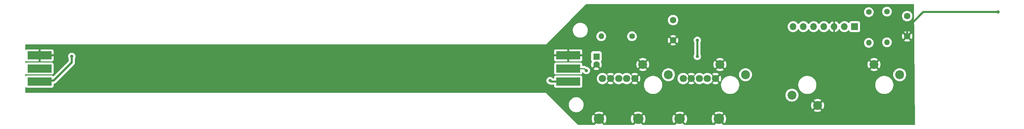
<source format=gbl>
G04 #@! TF.GenerationSoftware,KiCad,Pcbnew,8.0.7*
G04 #@! TF.CreationDate,2025-07-02T14:54:47-04:00*
G04 #@! TF.ProjectId,Sum25_Wand_v2,53756d32-355f-4576-916e-645f76322e6b,rev?*
G04 #@! TF.SameCoordinates,Original*
G04 #@! TF.FileFunction,Copper,L2,Bot*
G04 #@! TF.FilePolarity,Positive*
%FSLAX46Y46*%
G04 Gerber Fmt 4.6, Leading zero omitted, Abs format (unit mm)*
G04 Created by KiCad (PCBNEW 8.0.7) date 2025-07-02 14:54:47*
%MOMM*%
%LPD*%
G01*
G04 APERTURE LIST*
G04 #@! TA.AperFunction,ComponentPad*
%ADD10C,1.400000*%
G04 #@! TD*
G04 #@! TA.AperFunction,ComponentPad*
%ADD11O,1.400000X1.400000*%
G04 #@! TD*
G04 #@! TA.AperFunction,ComponentPad*
%ADD12C,1.800000*%
G04 #@! TD*
G04 #@! TA.AperFunction,ComponentPad*
%ADD13C,2.600000*%
G04 #@! TD*
G04 #@! TA.AperFunction,ComponentPad*
%ADD14R,1.700000X1.700000*%
G04 #@! TD*
G04 #@! TA.AperFunction,ComponentPad*
%ADD15O,1.700000X1.700000*%
G04 #@! TD*
G04 #@! TA.AperFunction,ComponentPad*
%ADD16C,1.600000*%
G04 #@! TD*
G04 #@! TA.AperFunction,ComponentPad*
%ADD17R,1.600000X1.600000*%
G04 #@! TD*
G04 #@! TA.AperFunction,SMDPad,CuDef*
%ADD18R,6.000000X2.000000*%
G04 #@! TD*
G04 #@! TA.AperFunction,ComponentPad*
%ADD19C,2.200000*%
G04 #@! TD*
G04 #@! TA.AperFunction,ViaPad*
%ADD20C,0.800000*%
G04 #@! TD*
G04 #@! TA.AperFunction,Conductor*
%ADD21C,0.250000*%
G04 #@! TD*
G04 #@! TA.AperFunction,Conductor*
%ADD22C,0.500000*%
G04 #@! TD*
G04 APERTURE END LIST*
D10*
X185310000Y-92000000D03*
D11*
X177690000Y-92000000D03*
D12*
X198000000Y-102500000D03*
X200000000Y-102500000D03*
X202000000Y-102500000D03*
X204000000Y-102500000D03*
X206000000Y-102500000D03*
D13*
X206850000Y-112500000D03*
X197150000Y-112500000D03*
D14*
X240500000Y-89600000D03*
D15*
X237960000Y-89600000D03*
X235420000Y-89600000D03*
X232880000Y-89600000D03*
X230340000Y-89600000D03*
X227800000Y-89600000D03*
X225260000Y-89600000D03*
D10*
X248500000Y-85880000D03*
D11*
X248500000Y-93500000D03*
D16*
X253500000Y-92000000D03*
X253500000Y-87000000D03*
D12*
X178000000Y-102500000D03*
X180000000Y-102500000D03*
X182000000Y-102500000D03*
X184000000Y-102500000D03*
X186000000Y-102500000D03*
D13*
X186850000Y-112500000D03*
X177150000Y-112500000D03*
D10*
X244000000Y-86000000D03*
D11*
X244000000Y-93620000D03*
D17*
X176500000Y-97044888D03*
D16*
X176500000Y-99044888D03*
X195500000Y-88000000D03*
X195500000Y-93000000D03*
D18*
X38500000Y-96750000D03*
X38500000Y-100000000D03*
X38500000Y-103250000D03*
X169500000Y-96750000D03*
X169500000Y-100000000D03*
X169500000Y-103250000D03*
D19*
X231300000Y-109150000D03*
X224950000Y-106610000D03*
X207100000Y-99000000D03*
X213450000Y-101540000D03*
X188000000Y-99000000D03*
X194350000Y-101540000D03*
X245300000Y-99000000D03*
X251650000Y-101540000D03*
D20*
X174000000Y-100500000D03*
X165000000Y-103000000D03*
X193500000Y-92500000D03*
X193500000Y-90500000D03*
X201500000Y-93000000D03*
X201500000Y-97000000D03*
X276000000Y-86000000D03*
X43000000Y-104000000D03*
X169500000Y-106000000D03*
X46500000Y-97000000D03*
D21*
X169500000Y-100000000D02*
X173500000Y-100000000D01*
X173500000Y-100000000D02*
X174000000Y-100500000D01*
D22*
X165250000Y-103250000D02*
X165000000Y-103000000D01*
X169500000Y-103250000D02*
X165250000Y-103250000D01*
X201500000Y-93000000D02*
X201500000Y-97000000D01*
X46500000Y-97000000D02*
X46500000Y-98500000D01*
X46500000Y-98500000D02*
X42000000Y-103000000D01*
X42000000Y-103000000D02*
X38500000Y-103000000D01*
X253500000Y-90000000D02*
X253500000Y-92000000D01*
X276000000Y-86000000D02*
X257500000Y-86000000D01*
X257500000Y-86000000D02*
X253500000Y-90000000D01*
G04 #@! TA.AperFunction,Conductor*
G36*
X255148969Y-84019685D02*
G01*
X255194724Y-84072489D01*
X255205926Y-84122984D01*
X255449795Y-113874984D01*
X255430660Y-113942182D01*
X255378233Y-113988368D01*
X255325799Y-114000000D01*
X208054767Y-114000000D01*
X208054767Y-113997169D01*
X208028379Y-114000000D01*
X208027677Y-114000000D01*
X207965329Y-113968772D01*
X207962165Y-113965718D01*
X207212293Y-113215847D01*
X207228942Y-113208951D01*
X207359970Y-113121401D01*
X207471401Y-113009970D01*
X207558951Y-112878942D01*
X207565847Y-112862293D01*
X208287703Y-113584150D01*
X208287704Y-113584149D01*
X208341400Y-113516818D01*
X208476290Y-113283181D01*
X208574851Y-113032052D01*
X208574857Y-113032033D01*
X208634886Y-112769028D01*
X208634886Y-112769026D01*
X208655047Y-112500004D01*
X208655047Y-112499995D01*
X208634886Y-112230973D01*
X208634886Y-112230971D01*
X208574857Y-111967966D01*
X208574851Y-111967947D01*
X208476290Y-111716818D01*
X208476291Y-111716818D01*
X208341400Y-111483182D01*
X208341393Y-111483171D01*
X208287704Y-111415849D01*
X208287703Y-111415848D01*
X207565846Y-112137705D01*
X207558951Y-112121058D01*
X207471401Y-111990030D01*
X207359970Y-111878599D01*
X207228942Y-111791049D01*
X207212293Y-111784152D01*
X207935150Y-111061295D01*
X207752524Y-110936783D01*
X207752516Y-110936778D01*
X207509460Y-110819730D01*
X207509462Y-110819730D01*
X207251662Y-110740209D01*
X207251656Y-110740207D01*
X206984898Y-110700000D01*
X206715101Y-110700000D01*
X206448343Y-110740207D01*
X206448337Y-110740209D01*
X206190538Y-110819730D01*
X205947482Y-110936780D01*
X205947469Y-110936787D01*
X205764848Y-111061294D01*
X206487706Y-111784152D01*
X206471058Y-111791049D01*
X206340030Y-111878599D01*
X206228599Y-111990030D01*
X206141049Y-112121058D01*
X206134152Y-112137706D01*
X205412294Y-111415848D01*
X205358602Y-111483177D01*
X205223709Y-111716818D01*
X205125148Y-111967947D01*
X205125142Y-111967966D01*
X205065113Y-112230971D01*
X205065113Y-112230973D01*
X205044953Y-112499995D01*
X205044953Y-112500004D01*
X205065113Y-112769026D01*
X205065113Y-112769028D01*
X205125142Y-113032033D01*
X205125148Y-113032052D01*
X205223709Y-113283181D01*
X205223708Y-113283181D01*
X205358600Y-113516818D01*
X205412294Y-113584150D01*
X206134152Y-112862291D01*
X206141049Y-112878942D01*
X206228599Y-113009970D01*
X206340030Y-113121401D01*
X206471058Y-113208951D01*
X206487706Y-113215846D01*
X205737833Y-113965718D01*
X205676510Y-113999203D01*
X205645233Y-113996966D01*
X205645233Y-114000000D01*
X198354767Y-114000000D01*
X198354767Y-113997169D01*
X198328379Y-114000000D01*
X198327677Y-114000000D01*
X198265329Y-113968772D01*
X198262165Y-113965718D01*
X197512293Y-113215847D01*
X197528942Y-113208951D01*
X197659970Y-113121401D01*
X197771401Y-113009970D01*
X197858951Y-112878942D01*
X197865847Y-112862293D01*
X198587703Y-113584150D01*
X198587704Y-113584149D01*
X198641400Y-113516818D01*
X198776290Y-113283181D01*
X198874851Y-113032052D01*
X198874857Y-113032033D01*
X198934886Y-112769028D01*
X198934886Y-112769026D01*
X198955047Y-112500004D01*
X198955047Y-112499995D01*
X198934886Y-112230973D01*
X198934886Y-112230971D01*
X198874857Y-111967966D01*
X198874851Y-111967947D01*
X198776290Y-111716818D01*
X198776291Y-111716818D01*
X198641400Y-111483182D01*
X198641393Y-111483171D01*
X198587704Y-111415849D01*
X198587703Y-111415848D01*
X197865846Y-112137705D01*
X197858951Y-112121058D01*
X197771401Y-111990030D01*
X197659970Y-111878599D01*
X197528942Y-111791049D01*
X197512293Y-111784152D01*
X198235150Y-111061295D01*
X198052524Y-110936783D01*
X198052516Y-110936778D01*
X197809460Y-110819730D01*
X197809462Y-110819730D01*
X197551662Y-110740209D01*
X197551656Y-110740207D01*
X197284898Y-110700000D01*
X197015101Y-110700000D01*
X196748343Y-110740207D01*
X196748337Y-110740209D01*
X196490538Y-110819730D01*
X196247482Y-110936780D01*
X196247469Y-110936787D01*
X196064848Y-111061294D01*
X196787706Y-111784152D01*
X196771058Y-111791049D01*
X196640030Y-111878599D01*
X196528599Y-111990030D01*
X196441049Y-112121058D01*
X196434152Y-112137706D01*
X195712294Y-111415848D01*
X195658602Y-111483177D01*
X195523709Y-111716818D01*
X195425148Y-111967947D01*
X195425142Y-111967966D01*
X195365113Y-112230971D01*
X195365113Y-112230973D01*
X195344953Y-112499995D01*
X195344953Y-112500004D01*
X195365113Y-112769026D01*
X195365113Y-112769028D01*
X195425142Y-113032033D01*
X195425148Y-113032052D01*
X195523709Y-113283181D01*
X195523708Y-113283181D01*
X195658600Y-113516818D01*
X195712294Y-113584150D01*
X196434152Y-112862291D01*
X196441049Y-112878942D01*
X196528599Y-113009970D01*
X196640030Y-113121401D01*
X196771058Y-113208951D01*
X196787706Y-113215846D01*
X196037833Y-113965718D01*
X195976510Y-113999203D01*
X195945233Y-113996966D01*
X195945233Y-114000000D01*
X188054767Y-114000000D01*
X188054767Y-113997169D01*
X188028379Y-114000000D01*
X188027677Y-114000000D01*
X187965329Y-113968772D01*
X187962165Y-113965718D01*
X187212293Y-113215847D01*
X187228942Y-113208951D01*
X187359970Y-113121401D01*
X187471401Y-113009970D01*
X187558951Y-112878942D01*
X187565847Y-112862293D01*
X188287703Y-113584150D01*
X188287704Y-113584149D01*
X188341400Y-113516818D01*
X188476290Y-113283181D01*
X188574851Y-113032052D01*
X188574857Y-113032033D01*
X188634886Y-112769028D01*
X188634886Y-112769026D01*
X188655047Y-112500004D01*
X188655047Y-112499995D01*
X188634886Y-112230973D01*
X188634886Y-112230971D01*
X188574857Y-111967966D01*
X188574851Y-111967947D01*
X188476290Y-111716818D01*
X188476291Y-111716818D01*
X188341400Y-111483182D01*
X188341393Y-111483171D01*
X188287704Y-111415849D01*
X188287703Y-111415848D01*
X187565846Y-112137705D01*
X187558951Y-112121058D01*
X187471401Y-111990030D01*
X187359970Y-111878599D01*
X187228942Y-111791049D01*
X187212293Y-111784152D01*
X187935150Y-111061295D01*
X187752524Y-110936783D01*
X187752516Y-110936778D01*
X187509460Y-110819730D01*
X187509462Y-110819730D01*
X187251662Y-110740209D01*
X187251656Y-110740207D01*
X186984898Y-110700000D01*
X186715101Y-110700000D01*
X186448343Y-110740207D01*
X186448337Y-110740209D01*
X186190538Y-110819730D01*
X185947482Y-110936780D01*
X185947469Y-110936787D01*
X185764848Y-111061294D01*
X186487706Y-111784152D01*
X186471058Y-111791049D01*
X186340030Y-111878599D01*
X186228599Y-111990030D01*
X186141049Y-112121058D01*
X186134152Y-112137706D01*
X185412294Y-111415848D01*
X185358602Y-111483177D01*
X185223709Y-111716818D01*
X185125148Y-111967947D01*
X185125142Y-111967966D01*
X185065113Y-112230971D01*
X185065113Y-112230973D01*
X185044953Y-112499995D01*
X185044953Y-112500004D01*
X185065113Y-112769026D01*
X185065113Y-112769028D01*
X185125142Y-113032033D01*
X185125148Y-113032052D01*
X185223709Y-113283181D01*
X185223708Y-113283181D01*
X185358600Y-113516818D01*
X185412294Y-113584150D01*
X186134152Y-112862291D01*
X186141049Y-112878942D01*
X186228599Y-113009970D01*
X186340030Y-113121401D01*
X186471058Y-113208951D01*
X186487706Y-113215846D01*
X185737833Y-113965718D01*
X185676510Y-113999203D01*
X185645233Y-113996966D01*
X185645233Y-114000000D01*
X178354767Y-114000000D01*
X178354767Y-113997169D01*
X178328379Y-114000000D01*
X178327677Y-114000000D01*
X178265329Y-113968772D01*
X178262165Y-113965718D01*
X177512293Y-113215847D01*
X177528942Y-113208951D01*
X177659970Y-113121401D01*
X177771401Y-113009970D01*
X177858951Y-112878942D01*
X177865847Y-112862293D01*
X178587703Y-113584150D01*
X178587704Y-113584149D01*
X178641400Y-113516818D01*
X178776290Y-113283181D01*
X178874851Y-113032052D01*
X178874857Y-113032033D01*
X178934886Y-112769028D01*
X178934886Y-112769026D01*
X178955047Y-112500004D01*
X178955047Y-112499995D01*
X178934886Y-112230973D01*
X178934886Y-112230971D01*
X178874857Y-111967966D01*
X178874851Y-111967947D01*
X178776290Y-111716818D01*
X178776291Y-111716818D01*
X178641400Y-111483182D01*
X178641393Y-111483171D01*
X178587704Y-111415849D01*
X178587703Y-111415848D01*
X177865846Y-112137705D01*
X177858951Y-112121058D01*
X177771401Y-111990030D01*
X177659970Y-111878599D01*
X177528942Y-111791049D01*
X177512293Y-111784152D01*
X178235150Y-111061295D01*
X178052524Y-110936783D01*
X178052516Y-110936778D01*
X177809460Y-110819730D01*
X177809462Y-110819730D01*
X177551662Y-110740209D01*
X177551656Y-110740207D01*
X177284898Y-110700000D01*
X177015101Y-110700000D01*
X176748343Y-110740207D01*
X176748337Y-110740209D01*
X176490538Y-110819730D01*
X176247482Y-110936780D01*
X176247469Y-110936787D01*
X176064848Y-111061294D01*
X176787706Y-111784152D01*
X176771058Y-111791049D01*
X176640030Y-111878599D01*
X176528599Y-111990030D01*
X176441049Y-112121058D01*
X176434152Y-112137706D01*
X175712294Y-111415848D01*
X175658602Y-111483177D01*
X175523709Y-111716818D01*
X175425148Y-111967947D01*
X175425142Y-111967966D01*
X175365113Y-112230971D01*
X175365113Y-112230973D01*
X175344953Y-112499995D01*
X175344953Y-112500004D01*
X175365113Y-112769026D01*
X175365113Y-112769028D01*
X175425142Y-113032033D01*
X175425148Y-113032052D01*
X175523709Y-113283181D01*
X175523708Y-113283181D01*
X175658600Y-113516818D01*
X175712294Y-113584150D01*
X176434152Y-112862291D01*
X176441049Y-112878942D01*
X176528599Y-113009970D01*
X176640030Y-113121401D01*
X176771058Y-113208951D01*
X176787706Y-113215846D01*
X176037833Y-113965718D01*
X175976510Y-113999203D01*
X175945233Y-113996966D01*
X175945233Y-114000000D01*
X172051362Y-114000000D01*
X171984323Y-113980315D01*
X171963681Y-113963681D01*
X166878711Y-108878711D01*
X169649500Y-108878711D01*
X169649500Y-109121288D01*
X169681161Y-109361785D01*
X169743947Y-109596104D01*
X169834468Y-109814641D01*
X169836776Y-109820212D01*
X169958064Y-110030289D01*
X169958066Y-110030292D01*
X169958067Y-110030293D01*
X170105733Y-110222736D01*
X170105739Y-110222743D01*
X170277256Y-110394260D01*
X170277262Y-110394265D01*
X170469711Y-110541936D01*
X170679788Y-110663224D01*
X170903900Y-110756054D01*
X171138211Y-110818838D01*
X171318586Y-110842584D01*
X171378711Y-110850500D01*
X171378712Y-110850500D01*
X171621289Y-110850500D01*
X171669388Y-110844167D01*
X171861789Y-110818838D01*
X172096100Y-110756054D01*
X172320212Y-110663224D01*
X172530289Y-110541936D01*
X172722738Y-110394265D01*
X172894265Y-110222738D01*
X173041936Y-110030289D01*
X173163224Y-109820212D01*
X173256054Y-109596100D01*
X173318838Y-109361789D01*
X173346720Y-109150000D01*
X229695052Y-109150000D01*
X229714812Y-109401072D01*
X229773603Y-109645956D01*
X229869980Y-109878631D01*
X230001568Y-110093362D01*
X230002266Y-110094179D01*
X230622421Y-109474024D01*
X230635359Y-109505258D01*
X230717437Y-109628097D01*
X230821903Y-109732563D01*
X230944742Y-109814641D01*
X230975974Y-109827577D01*
X230355819Y-110447732D01*
X230355819Y-110447733D01*
X230356634Y-110448429D01*
X230571368Y-110580019D01*
X230804043Y-110676396D01*
X231048927Y-110735187D01*
X231300000Y-110754947D01*
X231551072Y-110735187D01*
X231795956Y-110676396D01*
X232028631Y-110580019D01*
X232243361Y-110448432D01*
X232243363Y-110448430D01*
X232244180Y-110447732D01*
X231624025Y-109827578D01*
X231655258Y-109814641D01*
X231778097Y-109732563D01*
X231882563Y-109628097D01*
X231964641Y-109505258D01*
X231977578Y-109474025D01*
X232597732Y-110094180D01*
X232598430Y-110093363D01*
X232598432Y-110093361D01*
X232730019Y-109878631D01*
X232826396Y-109645956D01*
X232885187Y-109401072D01*
X232904947Y-109150000D01*
X232885187Y-108898927D01*
X232826396Y-108654043D01*
X232730019Y-108421368D01*
X232598429Y-108206634D01*
X232597733Y-108205819D01*
X232597732Y-108205819D01*
X231977577Y-108825973D01*
X231964641Y-108794742D01*
X231882563Y-108671903D01*
X231778097Y-108567437D01*
X231655258Y-108485359D01*
X231624023Y-108472421D01*
X232244179Y-107852266D01*
X232243362Y-107851568D01*
X232028631Y-107719980D01*
X231795956Y-107623603D01*
X231551072Y-107564812D01*
X231300000Y-107545052D01*
X231048927Y-107564812D01*
X230804043Y-107623603D01*
X230571368Y-107719980D01*
X230356637Y-107851567D01*
X230355818Y-107852266D01*
X230975974Y-108472421D01*
X230944742Y-108485359D01*
X230821903Y-108567437D01*
X230717437Y-108671903D01*
X230635359Y-108794742D01*
X230622421Y-108825974D01*
X230002266Y-108205818D01*
X230001567Y-108206637D01*
X229869980Y-108421368D01*
X229773603Y-108654043D01*
X229714812Y-108898927D01*
X229695052Y-109150000D01*
X173346720Y-109150000D01*
X173350500Y-109121288D01*
X173350500Y-108878712D01*
X173318838Y-108638211D01*
X173256054Y-108403900D01*
X173163224Y-108179788D01*
X173041936Y-107969711D01*
X172981018Y-107890321D01*
X172894266Y-107777263D01*
X172894260Y-107777256D01*
X172722743Y-107605739D01*
X172722736Y-107605733D01*
X172530293Y-107458067D01*
X172530292Y-107458066D01*
X172530289Y-107458064D01*
X172320212Y-107336776D01*
X172320205Y-107336773D01*
X172096104Y-107243947D01*
X171861785Y-107181161D01*
X171621289Y-107149500D01*
X171621288Y-107149500D01*
X171378712Y-107149500D01*
X171378711Y-107149500D01*
X171138214Y-107181161D01*
X170903895Y-107243947D01*
X170679794Y-107336773D01*
X170679785Y-107336777D01*
X170469706Y-107458067D01*
X170277263Y-107605733D01*
X170277256Y-107605739D01*
X170105739Y-107777256D01*
X170105733Y-107777263D01*
X169958067Y-107969706D01*
X169836777Y-108179785D01*
X169836773Y-108179794D01*
X169743947Y-108403895D01*
X169681161Y-108638214D01*
X169649500Y-108878711D01*
X166878711Y-108878711D01*
X164610000Y-106610000D01*
X223344551Y-106610000D01*
X223364317Y-106861151D01*
X223423126Y-107106110D01*
X223519533Y-107338859D01*
X223651160Y-107553653D01*
X223651161Y-107553656D01*
X223706604Y-107618571D01*
X223814776Y-107745224D01*
X223939288Y-107851567D01*
X224006343Y-107908838D01*
X224006346Y-107908839D01*
X224221140Y-108040466D01*
X224453889Y-108136873D01*
X224698852Y-108195683D01*
X224950000Y-108215449D01*
X225201148Y-108195683D01*
X225446111Y-108136873D01*
X225678859Y-108040466D01*
X225893659Y-107908836D01*
X226085224Y-107745224D01*
X226248836Y-107553659D01*
X226380466Y-107338859D01*
X226476873Y-107106111D01*
X226535683Y-106861148D01*
X226555449Y-106610000D01*
X226535683Y-106358852D01*
X226476873Y-106113889D01*
X226380466Y-105881141D01*
X226380466Y-105881140D01*
X226248839Y-105666346D01*
X226248838Y-105666343D01*
X226164031Y-105567047D01*
X226085224Y-105474776D01*
X225919219Y-105332994D01*
X225893656Y-105311161D01*
X225893653Y-105311160D01*
X225678859Y-105179533D01*
X225446110Y-105083126D01*
X225201151Y-105024317D01*
X224950000Y-105004551D01*
X224698848Y-105024317D01*
X224453889Y-105083126D01*
X224221140Y-105179533D01*
X224006346Y-105311160D01*
X224006343Y-105311161D01*
X223814776Y-105474776D01*
X223651161Y-105666343D01*
X223651160Y-105666346D01*
X223519533Y-105881140D01*
X223423126Y-106113889D01*
X223364317Y-106358848D01*
X223344551Y-106610000D01*
X164610000Y-106610000D01*
X164000000Y-106000000D01*
X35124000Y-106000000D01*
X35056961Y-105980315D01*
X35011206Y-105927511D01*
X35000000Y-105876000D01*
X35000000Y-104748627D01*
X35019685Y-104681588D01*
X35072489Y-104635833D01*
X35141647Y-104625889D01*
X35198311Y-104649360D01*
X35257665Y-104693793D01*
X35257668Y-104693795D01*
X35257671Y-104693797D01*
X35392517Y-104744091D01*
X35392516Y-104744091D01*
X35399444Y-104744835D01*
X35452127Y-104750500D01*
X41547872Y-104750499D01*
X41607483Y-104744091D01*
X41742331Y-104693796D01*
X41857546Y-104607546D01*
X41943796Y-104492331D01*
X41994091Y-104357483D01*
X42000500Y-104297873D01*
X42000500Y-103866868D01*
X42020185Y-103799829D01*
X42072989Y-103754074D01*
X42100308Y-103745251D01*
X42181803Y-103729039D01*
X42218913Y-103721658D01*
X42355495Y-103665084D01*
X42407992Y-103630007D01*
X42478416Y-103582952D01*
X43061368Y-103000000D01*
X164094540Y-103000000D01*
X164114326Y-103188256D01*
X164114327Y-103188259D01*
X164172818Y-103368277D01*
X164172821Y-103368284D01*
X164267467Y-103532216D01*
X164375637Y-103652351D01*
X164394129Y-103672888D01*
X164547265Y-103784148D01*
X164547270Y-103784151D01*
X164720197Y-103861144D01*
X164834136Y-103885361D01*
X164877240Y-103903548D01*
X164894505Y-103915084D01*
X164894507Y-103915084D01*
X164894511Y-103915087D01*
X165031082Y-103971656D01*
X165031087Y-103971658D01*
X165031091Y-103971658D01*
X165031092Y-103971659D01*
X165176079Y-104000500D01*
X165176082Y-104000500D01*
X165875501Y-104000500D01*
X165942540Y-104020185D01*
X165988295Y-104072989D01*
X165999501Y-104124500D01*
X165999501Y-104297876D01*
X166005908Y-104357483D01*
X166056202Y-104492328D01*
X166056206Y-104492335D01*
X166142452Y-104607544D01*
X166142455Y-104607547D01*
X166257664Y-104693793D01*
X166257671Y-104693797D01*
X166392517Y-104744091D01*
X166392516Y-104744091D01*
X166399444Y-104744835D01*
X166452127Y-104750500D01*
X172547872Y-104750499D01*
X172607483Y-104744091D01*
X172742331Y-104693796D01*
X172857546Y-104607546D01*
X172943796Y-104492331D01*
X172994091Y-104357483D01*
X173000500Y-104297873D01*
X173000500Y-103932486D01*
X188289500Y-103932486D01*
X188289500Y-104227513D01*
X188306612Y-104357483D01*
X188328007Y-104519993D01*
X188401682Y-104794952D01*
X188404361Y-104804951D01*
X188404364Y-104804961D01*
X188517254Y-105077500D01*
X188517258Y-105077510D01*
X188664761Y-105332993D01*
X188844352Y-105567040D01*
X188844358Y-105567047D01*
X189052952Y-105775641D01*
X189052959Y-105775647D01*
X189287006Y-105955238D01*
X189542489Y-106102741D01*
X189542490Y-106102741D01*
X189542493Y-106102743D01*
X189815048Y-106215639D01*
X190100007Y-106291993D01*
X190392494Y-106330500D01*
X190392501Y-106330500D01*
X190687499Y-106330500D01*
X190687506Y-106330500D01*
X190979993Y-106291993D01*
X191264952Y-106215639D01*
X191537507Y-106102743D01*
X191792994Y-105955238D01*
X192027042Y-105775646D01*
X192235646Y-105567042D01*
X192415238Y-105332994D01*
X192562743Y-105077507D01*
X192675639Y-104804952D01*
X192751993Y-104519993D01*
X192790500Y-104227506D01*
X192790500Y-103932494D01*
X192790499Y-103932486D01*
X207389500Y-103932486D01*
X207389500Y-104227513D01*
X207406612Y-104357483D01*
X207428007Y-104519993D01*
X207501682Y-104794952D01*
X207504361Y-104804951D01*
X207504364Y-104804961D01*
X207617254Y-105077500D01*
X207617258Y-105077510D01*
X207764761Y-105332993D01*
X207944352Y-105567040D01*
X207944358Y-105567047D01*
X208152952Y-105775641D01*
X208152959Y-105775647D01*
X208387006Y-105955238D01*
X208642489Y-106102741D01*
X208642490Y-106102741D01*
X208642493Y-106102743D01*
X208915048Y-106215639D01*
X209200007Y-106291993D01*
X209492494Y-106330500D01*
X209492501Y-106330500D01*
X209787499Y-106330500D01*
X209787506Y-106330500D01*
X210079993Y-106291993D01*
X210364952Y-106215639D01*
X210637507Y-106102743D01*
X210892994Y-105955238D01*
X211127042Y-105775646D01*
X211335646Y-105567042D01*
X211515238Y-105332994D01*
X211662743Y-105077507D01*
X211775639Y-104804952D01*
X211851993Y-104519993D01*
X211890500Y-104227506D01*
X211890500Y-103932494D01*
X211889182Y-103922486D01*
X226509500Y-103922486D01*
X226509500Y-104217513D01*
X226527928Y-104357482D01*
X226548007Y-104509993D01*
X226624361Y-104794951D01*
X226624364Y-104794961D01*
X226737254Y-105067500D01*
X226737258Y-105067510D01*
X226884761Y-105322993D01*
X227064352Y-105557040D01*
X227064358Y-105557047D01*
X227272952Y-105765641D01*
X227272959Y-105765647D01*
X227507006Y-105945238D01*
X227762489Y-106092741D01*
X227762490Y-106092741D01*
X227762493Y-106092743D01*
X228035048Y-106205639D01*
X228320007Y-106281993D01*
X228612494Y-106320500D01*
X228612501Y-106320500D01*
X228907499Y-106320500D01*
X228907506Y-106320500D01*
X229199993Y-106281993D01*
X229484952Y-106205639D01*
X229757507Y-106092743D01*
X230012994Y-105945238D01*
X230247042Y-105765646D01*
X230455646Y-105557042D01*
X230635238Y-105322994D01*
X230782743Y-105067507D01*
X230895639Y-104794952D01*
X230971993Y-104509993D01*
X231010500Y-104217506D01*
X231010500Y-103932486D01*
X245589500Y-103932486D01*
X245589500Y-104227513D01*
X245606612Y-104357483D01*
X245628007Y-104519993D01*
X245701682Y-104794952D01*
X245704361Y-104804951D01*
X245704364Y-104804961D01*
X245817254Y-105077500D01*
X245817258Y-105077510D01*
X245964761Y-105332993D01*
X246144352Y-105567040D01*
X246144358Y-105567047D01*
X246352952Y-105775641D01*
X246352959Y-105775647D01*
X246587006Y-105955238D01*
X246842489Y-106102741D01*
X246842490Y-106102741D01*
X246842493Y-106102743D01*
X247115048Y-106215639D01*
X247400007Y-106291993D01*
X247692494Y-106330500D01*
X247692501Y-106330500D01*
X247987499Y-106330500D01*
X247987506Y-106330500D01*
X248279993Y-106291993D01*
X248564952Y-106215639D01*
X248837507Y-106102743D01*
X249092994Y-105955238D01*
X249327042Y-105775646D01*
X249535646Y-105567042D01*
X249715238Y-105332994D01*
X249862743Y-105077507D01*
X249975639Y-104804952D01*
X250051993Y-104519993D01*
X250090500Y-104227506D01*
X250090500Y-103932494D01*
X250051993Y-103640007D01*
X249975639Y-103355048D01*
X249862743Y-103082493D01*
X249856967Y-103072489D01*
X249715238Y-102827006D01*
X249535647Y-102592959D01*
X249535641Y-102592952D01*
X249327047Y-102384358D01*
X249327040Y-102384352D01*
X249092993Y-102204761D01*
X248837510Y-102057258D01*
X248837500Y-102057254D01*
X248564961Y-101944364D01*
X248564954Y-101944362D01*
X248564952Y-101944361D01*
X248279993Y-101868007D01*
X248220724Y-101860204D01*
X247987513Y-101829500D01*
X247987506Y-101829500D01*
X247692494Y-101829500D01*
X247692486Y-101829500D01*
X247414085Y-101866153D01*
X247400007Y-101868007D01*
X247177448Y-101927641D01*
X247115048Y-101944361D01*
X247115038Y-101944364D01*
X246842499Y-102057254D01*
X246842489Y-102057258D01*
X246587006Y-102204761D01*
X246352959Y-102384352D01*
X246352952Y-102384358D01*
X246144358Y-102592952D01*
X246144352Y-102592959D01*
X245964761Y-102827006D01*
X245817258Y-103082489D01*
X245817254Y-103082499D01*
X245704364Y-103355038D01*
X245704361Y-103355048D01*
X245630685Y-103630015D01*
X245628008Y-103640004D01*
X245628006Y-103640015D01*
X245589500Y-103932486D01*
X231010500Y-103932486D01*
X231010500Y-103922494D01*
X230971993Y-103630007D01*
X230895639Y-103345048D01*
X230875999Y-103297634D01*
X230830695Y-103188259D01*
X230782743Y-103072493D01*
X230779498Y-103066873D01*
X230635238Y-102817006D01*
X230455647Y-102582959D01*
X230455641Y-102582952D01*
X230247047Y-102374358D01*
X230247040Y-102374352D01*
X230012993Y-102194761D01*
X229757510Y-102047258D01*
X229757500Y-102047254D01*
X229484961Y-101934364D01*
X229484954Y-101934362D01*
X229484952Y-101934361D01*
X229199993Y-101858007D01*
X229144028Y-101850639D01*
X228907513Y-101819500D01*
X228907506Y-101819500D01*
X228612494Y-101819500D01*
X228612486Y-101819500D01*
X228334085Y-101856153D01*
X228320007Y-101858007D01*
X228060128Y-101927641D01*
X228035048Y-101934361D01*
X228035038Y-101934364D01*
X227762499Y-102047254D01*
X227762489Y-102047258D01*
X227507006Y-102194761D01*
X227272959Y-102374352D01*
X227272952Y-102374358D01*
X227064358Y-102582952D01*
X227064352Y-102582959D01*
X226884761Y-102817006D01*
X226737258Y-103072489D01*
X226737254Y-103072499D01*
X226624364Y-103345038D01*
X226624361Y-103345048D01*
X226574211Y-103532214D01*
X226548008Y-103630004D01*
X226548006Y-103630015D01*
X226509500Y-103922486D01*
X211889182Y-103922486D01*
X211851993Y-103640007D01*
X211775639Y-103355048D01*
X211662743Y-103082493D01*
X211656967Y-103072489D01*
X211515238Y-102827006D01*
X211335647Y-102592959D01*
X211335641Y-102592952D01*
X211127047Y-102384358D01*
X211127040Y-102384352D01*
X210892993Y-102204761D01*
X210637510Y-102057258D01*
X210637500Y-102057254D01*
X210364961Y-101944364D01*
X210364954Y-101944362D01*
X210364952Y-101944361D01*
X210079993Y-101868007D01*
X210020724Y-101860204D01*
X209787513Y-101829500D01*
X209787506Y-101829500D01*
X209492494Y-101829500D01*
X209492486Y-101829500D01*
X209214085Y-101866153D01*
X209200007Y-101868007D01*
X208977448Y-101927641D01*
X208915048Y-101944361D01*
X208915038Y-101944364D01*
X208642499Y-102057254D01*
X208642489Y-102057258D01*
X208387006Y-102204761D01*
X208152959Y-102384352D01*
X208152952Y-102384358D01*
X207944358Y-102592952D01*
X207944352Y-102592959D01*
X207764761Y-102827006D01*
X207617258Y-103082489D01*
X207617254Y-103082499D01*
X207504364Y-103355038D01*
X207504361Y-103355048D01*
X207430685Y-103630015D01*
X207428008Y-103640004D01*
X207428006Y-103640015D01*
X207389500Y-103932486D01*
X192790499Y-103932486D01*
X192751993Y-103640007D01*
X192675639Y-103355048D01*
X192562743Y-103082493D01*
X192556967Y-103072489D01*
X192415238Y-102827006D01*
X192235647Y-102592959D01*
X192235641Y-102592952D01*
X192027047Y-102384358D01*
X192027040Y-102384352D01*
X191792993Y-102204761D01*
X191537510Y-102057258D01*
X191537500Y-102057254D01*
X191264961Y-101944364D01*
X191264954Y-101944362D01*
X191264952Y-101944361D01*
X190979993Y-101868007D01*
X190920724Y-101860204D01*
X190687513Y-101829500D01*
X190687506Y-101829500D01*
X190392494Y-101829500D01*
X190392486Y-101829500D01*
X190114085Y-101866153D01*
X190100007Y-101868007D01*
X189877448Y-101927641D01*
X189815048Y-101944361D01*
X189815038Y-101944364D01*
X189542499Y-102057254D01*
X189542489Y-102057258D01*
X189287006Y-102204761D01*
X189052959Y-102384352D01*
X189052952Y-102384358D01*
X188844358Y-102592952D01*
X188844352Y-102592959D01*
X188664761Y-102827006D01*
X188517258Y-103082489D01*
X188517254Y-103082499D01*
X188404364Y-103355038D01*
X188404361Y-103355048D01*
X188330685Y-103630015D01*
X188328008Y-103640004D01*
X188328006Y-103640015D01*
X188289500Y-103932486D01*
X173000500Y-103932486D01*
X173000499Y-102499993D01*
X176594700Y-102499993D01*
X176594700Y-102500006D01*
X176613864Y-102731297D01*
X176613866Y-102731308D01*
X176670842Y-102956300D01*
X176764075Y-103168848D01*
X176891016Y-103363147D01*
X176891019Y-103363151D01*
X176891021Y-103363153D01*
X177048216Y-103533913D01*
X177048219Y-103533915D01*
X177048222Y-103533918D01*
X177231365Y-103676464D01*
X177231371Y-103676468D01*
X177231374Y-103676470D01*
X177398860Y-103767109D01*
X177434652Y-103786479D01*
X177435497Y-103786936D01*
X177549487Y-103826068D01*
X177655015Y-103862297D01*
X177655017Y-103862297D01*
X177655019Y-103862298D01*
X177883951Y-103900500D01*
X177883952Y-103900500D01*
X178116048Y-103900500D01*
X178116049Y-103900500D01*
X178344981Y-103862298D01*
X178348343Y-103861144D01*
X178353439Y-103859394D01*
X178564503Y-103786936D01*
X178768626Y-103676470D01*
X178769170Y-103676047D01*
X178923838Y-103555664D01*
X178951784Y-103533913D01*
X179108979Y-103363153D01*
X179235924Y-103168849D01*
X179329157Y-102956300D01*
X179367916Y-102803243D01*
X179400440Y-102746004D01*
X179517036Y-102629407D01*
X179534075Y-102692993D01*
X179599901Y-102807007D01*
X179692993Y-102900099D01*
X179807007Y-102965925D01*
X179870590Y-102982962D01*
X179201201Y-103652351D01*
X179231649Y-103676050D01*
X179435697Y-103786476D01*
X179435706Y-103786479D01*
X179655139Y-103861811D01*
X179883993Y-103900000D01*
X180116007Y-103900000D01*
X180344860Y-103861811D01*
X180564293Y-103786479D01*
X180564301Y-103786476D01*
X180768355Y-103676047D01*
X180798797Y-103652351D01*
X180798798Y-103652350D01*
X180129410Y-102982962D01*
X180192993Y-102965925D01*
X180307007Y-102900099D01*
X180400099Y-102807007D01*
X180465925Y-102692993D01*
X180482962Y-102629409D01*
X180599559Y-102746006D01*
X180632083Y-102803246D01*
X180670841Y-102956293D01*
X180670845Y-102956306D01*
X180764075Y-103168848D01*
X180891016Y-103363147D01*
X180891019Y-103363151D01*
X180891021Y-103363153D01*
X181048216Y-103533913D01*
X181048219Y-103533915D01*
X181048222Y-103533918D01*
X181231365Y-103676464D01*
X181231371Y-103676468D01*
X181231374Y-103676470D01*
X181398860Y-103767109D01*
X181434652Y-103786479D01*
X181435497Y-103786936D01*
X181549487Y-103826068D01*
X181655015Y-103862297D01*
X181655017Y-103862297D01*
X181655019Y-103862298D01*
X181883951Y-103900500D01*
X181883952Y-103900500D01*
X182116048Y-103900500D01*
X182116049Y-103900500D01*
X182344981Y-103862298D01*
X182348343Y-103861144D01*
X182353439Y-103859394D01*
X182564503Y-103786936D01*
X182768626Y-103676470D01*
X182923839Y-103555663D01*
X182988831Y-103530021D01*
X183057371Y-103543587D01*
X183076156Y-103555659D01*
X183184522Y-103640004D01*
X183230830Y-103676047D01*
X183231374Y-103676470D01*
X183398860Y-103767109D01*
X183434652Y-103786479D01*
X183435497Y-103786936D01*
X183549487Y-103826068D01*
X183655015Y-103862297D01*
X183655017Y-103862297D01*
X183655019Y-103862298D01*
X183883951Y-103900500D01*
X183883952Y-103900500D01*
X184116048Y-103900500D01*
X184116049Y-103900500D01*
X184344981Y-103862298D01*
X184348343Y-103861144D01*
X184353439Y-103859394D01*
X184564503Y-103786936D01*
X184768626Y-103676470D01*
X184769170Y-103676047D01*
X184923838Y-103555664D01*
X184951784Y-103533913D01*
X185108979Y-103363153D01*
X185235924Y-103168849D01*
X185329157Y-102956300D01*
X185367916Y-102803243D01*
X185400440Y-102746004D01*
X185517036Y-102629407D01*
X185534075Y-102692993D01*
X185599901Y-102807007D01*
X185692993Y-102900099D01*
X185807007Y-102965925D01*
X185870590Y-102982962D01*
X185201201Y-103652351D01*
X185231649Y-103676050D01*
X185435697Y-103786476D01*
X185435706Y-103786479D01*
X185655139Y-103861811D01*
X185883993Y-103900000D01*
X186116007Y-103900000D01*
X186344860Y-103861811D01*
X186564293Y-103786479D01*
X186564301Y-103786476D01*
X186768355Y-103676047D01*
X186798797Y-103652351D01*
X186798798Y-103652350D01*
X186129410Y-102982962D01*
X186192993Y-102965925D01*
X186307007Y-102900099D01*
X186400099Y-102807007D01*
X186465925Y-102692993D01*
X186482962Y-102629409D01*
X187151186Y-103297634D01*
X187235484Y-103168606D01*
X187328682Y-102956135D01*
X187385638Y-102731218D01*
X187404798Y-102500005D01*
X187404798Y-102499994D01*
X187385638Y-102268781D01*
X187328682Y-102043864D01*
X187235483Y-101831390D01*
X187151186Y-101702364D01*
X186482962Y-102370589D01*
X186465925Y-102307007D01*
X186400099Y-102192993D01*
X186307007Y-102099901D01*
X186192993Y-102034075D01*
X186129409Y-102017037D01*
X186606445Y-101540000D01*
X192744551Y-101540000D01*
X192764317Y-101791151D01*
X192823126Y-102036110D01*
X192919533Y-102268859D01*
X193051160Y-102483653D01*
X193051161Y-102483656D01*
X193106604Y-102548571D01*
X193214776Y-102675224D01*
X193363066Y-102801875D01*
X193406343Y-102838838D01*
X193406346Y-102838839D01*
X193621140Y-102970466D01*
X193853889Y-103066873D01*
X194098852Y-103125683D01*
X194350000Y-103145449D01*
X194601148Y-103125683D01*
X194846111Y-103066873D01*
X195078859Y-102970466D01*
X195293659Y-102838836D01*
X195485224Y-102675224D01*
X195634885Y-102499993D01*
X196594700Y-102499993D01*
X196594700Y-102500006D01*
X196613864Y-102731297D01*
X196613866Y-102731308D01*
X196670842Y-102956300D01*
X196764075Y-103168848D01*
X196891016Y-103363147D01*
X196891019Y-103363151D01*
X196891021Y-103363153D01*
X197048216Y-103533913D01*
X197048219Y-103533915D01*
X197048222Y-103533918D01*
X197231365Y-103676464D01*
X197231371Y-103676468D01*
X197231374Y-103676470D01*
X197398860Y-103767109D01*
X197434652Y-103786479D01*
X197435497Y-103786936D01*
X197549487Y-103826068D01*
X197655015Y-103862297D01*
X197655017Y-103862297D01*
X197655019Y-103862298D01*
X197883951Y-103900500D01*
X197883952Y-103900500D01*
X198116048Y-103900500D01*
X198116049Y-103900500D01*
X198344981Y-103862298D01*
X198348343Y-103861144D01*
X198353439Y-103859394D01*
X198564503Y-103786936D01*
X198768626Y-103676470D01*
X198769170Y-103676047D01*
X198923838Y-103555664D01*
X198951784Y-103533913D01*
X199108979Y-103363153D01*
X199235924Y-103168849D01*
X199329157Y-102956300D01*
X199367916Y-102803243D01*
X199400440Y-102746004D01*
X199517036Y-102629407D01*
X199534075Y-102692993D01*
X199599901Y-102807007D01*
X199692993Y-102900099D01*
X199807007Y-102965925D01*
X199870590Y-102982962D01*
X199201201Y-103652351D01*
X199231649Y-103676050D01*
X199435697Y-103786476D01*
X199435706Y-103786479D01*
X199655139Y-103861811D01*
X199883993Y-103900000D01*
X200116007Y-103900000D01*
X200344860Y-103861811D01*
X200564293Y-103786479D01*
X200564301Y-103786476D01*
X200768355Y-103676047D01*
X200798797Y-103652351D01*
X200798798Y-103652350D01*
X200129410Y-102982962D01*
X200192993Y-102965925D01*
X200307007Y-102900099D01*
X200400099Y-102807007D01*
X200465925Y-102692993D01*
X200482962Y-102629409D01*
X200599559Y-102746006D01*
X200632083Y-102803246D01*
X200670841Y-102956293D01*
X200670845Y-102956306D01*
X200764075Y-103168848D01*
X200891016Y-103363147D01*
X200891019Y-103363151D01*
X200891021Y-103363153D01*
X201048216Y-103533913D01*
X201048219Y-103533915D01*
X201048222Y-103533918D01*
X201231365Y-103676464D01*
X201231371Y-103676468D01*
X201231374Y-103676470D01*
X201398860Y-103767109D01*
X201434652Y-103786479D01*
X201435497Y-103786936D01*
X201549487Y-103826068D01*
X201655015Y-103862297D01*
X201655017Y-103862297D01*
X201655019Y-103862298D01*
X201883951Y-103900500D01*
X201883952Y-103900500D01*
X202116048Y-103900500D01*
X202116049Y-103900500D01*
X202344981Y-103862298D01*
X202348343Y-103861144D01*
X202353439Y-103859394D01*
X202564503Y-103786936D01*
X202768626Y-103676470D01*
X202923839Y-103555663D01*
X202988831Y-103530021D01*
X203057371Y-103543587D01*
X203076156Y-103555659D01*
X203184522Y-103640004D01*
X203230830Y-103676047D01*
X203231374Y-103676470D01*
X203398860Y-103767109D01*
X203434652Y-103786479D01*
X203435497Y-103786936D01*
X203549487Y-103826068D01*
X203655015Y-103862297D01*
X203655017Y-103862297D01*
X203655019Y-103862298D01*
X203883951Y-103900500D01*
X203883952Y-103900500D01*
X204116048Y-103900500D01*
X204116049Y-103900500D01*
X204344981Y-103862298D01*
X204348343Y-103861144D01*
X204353439Y-103859394D01*
X204564503Y-103786936D01*
X204768626Y-103676470D01*
X204769170Y-103676047D01*
X204923838Y-103555664D01*
X204951784Y-103533913D01*
X205108979Y-103363153D01*
X205235924Y-103168849D01*
X205329157Y-102956300D01*
X205367916Y-102803243D01*
X205400440Y-102746004D01*
X205517036Y-102629407D01*
X205534075Y-102692993D01*
X205599901Y-102807007D01*
X205692993Y-102900099D01*
X205807007Y-102965925D01*
X205870590Y-102982962D01*
X205201201Y-103652351D01*
X205231649Y-103676050D01*
X205435697Y-103786476D01*
X205435706Y-103786479D01*
X205655139Y-103861811D01*
X205883993Y-103900000D01*
X206116007Y-103900000D01*
X206344860Y-103861811D01*
X206564293Y-103786479D01*
X206564301Y-103786476D01*
X206768355Y-103676047D01*
X206798797Y-103652351D01*
X206798798Y-103652350D01*
X206129410Y-102982962D01*
X206192993Y-102965925D01*
X206307007Y-102900099D01*
X206400099Y-102807007D01*
X206465925Y-102692993D01*
X206482962Y-102629409D01*
X207151186Y-103297634D01*
X207235484Y-103168606D01*
X207328682Y-102956135D01*
X207385638Y-102731218D01*
X207404798Y-102500005D01*
X207404798Y-102499994D01*
X207385638Y-102268781D01*
X207328682Y-102043864D01*
X207235483Y-101831390D01*
X207151186Y-101702364D01*
X206482962Y-102370589D01*
X206465925Y-102307007D01*
X206400099Y-102192993D01*
X206307007Y-102099901D01*
X206192993Y-102034075D01*
X206129409Y-102017037D01*
X206606445Y-101540000D01*
X211844551Y-101540000D01*
X211864317Y-101791151D01*
X211923126Y-102036110D01*
X212019533Y-102268859D01*
X212151160Y-102483653D01*
X212151161Y-102483656D01*
X212206604Y-102548571D01*
X212314776Y-102675224D01*
X212463066Y-102801875D01*
X212506343Y-102838838D01*
X212506346Y-102838839D01*
X212721140Y-102970466D01*
X212953889Y-103066873D01*
X213198852Y-103125683D01*
X213450000Y-103145449D01*
X213701148Y-103125683D01*
X213946111Y-103066873D01*
X214178859Y-102970466D01*
X214393659Y-102838836D01*
X214585224Y-102675224D01*
X214748836Y-102483659D01*
X214880466Y-102268859D01*
X214976873Y-102036111D01*
X215035683Y-101791148D01*
X215055449Y-101540000D01*
X250044551Y-101540000D01*
X250064317Y-101791151D01*
X250123126Y-102036110D01*
X250219533Y-102268859D01*
X250351160Y-102483653D01*
X250351161Y-102483656D01*
X250406604Y-102548571D01*
X250514776Y-102675224D01*
X250663066Y-102801875D01*
X250706343Y-102838838D01*
X250706346Y-102838839D01*
X250921140Y-102970466D01*
X251153889Y-103066873D01*
X251398852Y-103125683D01*
X251650000Y-103145449D01*
X251901148Y-103125683D01*
X252146111Y-103066873D01*
X252378859Y-102970466D01*
X252593659Y-102838836D01*
X252785224Y-102675224D01*
X252948836Y-102483659D01*
X253080466Y-102268859D01*
X253176873Y-102036111D01*
X253235683Y-101791148D01*
X253255449Y-101540000D01*
X253235683Y-101288852D01*
X253176873Y-101043889D01*
X253144424Y-100965550D01*
X253080466Y-100811140D01*
X252948839Y-100596346D01*
X252948838Y-100596343D01*
X252866553Y-100500000D01*
X252785224Y-100404776D01*
X252658571Y-100296604D01*
X252593656Y-100241161D01*
X252593653Y-100241160D01*
X252378859Y-100109533D01*
X252146110Y-100013126D01*
X251901151Y-99954317D01*
X251650000Y-99934551D01*
X251398848Y-99954317D01*
X251153889Y-100013126D01*
X250921140Y-100109533D01*
X250706346Y-100241160D01*
X250706343Y-100241161D01*
X250514776Y-100404776D01*
X250351161Y-100596343D01*
X250351160Y-100596346D01*
X250219533Y-100811140D01*
X250123126Y-101043889D01*
X250064317Y-101288848D01*
X250044551Y-101540000D01*
X215055449Y-101540000D01*
X215035683Y-101288852D01*
X214976873Y-101043889D01*
X214944424Y-100965550D01*
X214880466Y-100811140D01*
X214748839Y-100596346D01*
X214748838Y-100596343D01*
X214666553Y-100500000D01*
X214585224Y-100404776D01*
X214458571Y-100296604D01*
X214393656Y-100241161D01*
X214393653Y-100241160D01*
X214178859Y-100109533D01*
X213946110Y-100013126D01*
X213701151Y-99954317D01*
X213450000Y-99934551D01*
X213198848Y-99954317D01*
X212953889Y-100013126D01*
X212721140Y-100109533D01*
X212506346Y-100241160D01*
X212506343Y-100241161D01*
X212314776Y-100404776D01*
X212151161Y-100596343D01*
X212151160Y-100596346D01*
X212019533Y-100811140D01*
X211923126Y-101043889D01*
X211864317Y-101288848D01*
X211844551Y-101540000D01*
X206606445Y-101540000D01*
X206798797Y-101347647D01*
X206798797Y-101347645D01*
X206768360Y-101323955D01*
X206768354Y-101323951D01*
X206564302Y-101213523D01*
X206564293Y-101213520D01*
X206344860Y-101138188D01*
X206116007Y-101100000D01*
X205883993Y-101100000D01*
X205655139Y-101138188D01*
X205435706Y-101213520D01*
X205435697Y-101213523D01*
X205231650Y-101323949D01*
X205201200Y-101347647D01*
X205870591Y-102017037D01*
X205807007Y-102034075D01*
X205692993Y-102099901D01*
X205599901Y-102192993D01*
X205534075Y-102307007D01*
X205517037Y-102370590D01*
X205400440Y-102253993D01*
X205367915Y-102196752D01*
X205354181Y-102142517D01*
X205329157Y-102043700D01*
X205235924Y-101831151D01*
X205186766Y-101755909D01*
X205108983Y-101636852D01*
X205108980Y-101636849D01*
X205108979Y-101636847D01*
X204951784Y-101466087D01*
X204951779Y-101466083D01*
X204951777Y-101466081D01*
X204768634Y-101323535D01*
X204768628Y-101323531D01*
X204564504Y-101213064D01*
X204564495Y-101213061D01*
X204344984Y-101137702D01*
X204163882Y-101107482D01*
X204116049Y-101099500D01*
X203883951Y-101099500D01*
X203838164Y-101107140D01*
X203655015Y-101137702D01*
X203435504Y-101213061D01*
X203435495Y-101213064D01*
X203231372Y-101323531D01*
X203076162Y-101444335D01*
X203011168Y-101469977D01*
X202942628Y-101456410D01*
X202923838Y-101444335D01*
X202768627Y-101323531D01*
X202768626Y-101323530D01*
X202674970Y-101272845D01*
X202564504Y-101213064D01*
X202564495Y-101213061D01*
X202344984Y-101137702D01*
X202163882Y-101107482D01*
X202116049Y-101099500D01*
X201883951Y-101099500D01*
X201838164Y-101107140D01*
X201655015Y-101137702D01*
X201435504Y-101213061D01*
X201435495Y-101213064D01*
X201231371Y-101323531D01*
X201231365Y-101323535D01*
X201048222Y-101466081D01*
X201048219Y-101466084D01*
X200891016Y-101636852D01*
X200764075Y-101831151D01*
X200670845Y-102043693D01*
X200670842Y-102043703D01*
X200632083Y-102196753D01*
X200599560Y-102253992D01*
X200482962Y-102370589D01*
X200465925Y-102307007D01*
X200400099Y-102192993D01*
X200307007Y-102099901D01*
X200192993Y-102034075D01*
X200129409Y-102017037D01*
X200798797Y-101347647D01*
X200798797Y-101347645D01*
X200768360Y-101323955D01*
X200768354Y-101323951D01*
X200564302Y-101213523D01*
X200564293Y-101213520D01*
X200344860Y-101138188D01*
X200116007Y-101100000D01*
X199883993Y-101100000D01*
X199655139Y-101138188D01*
X199435706Y-101213520D01*
X199435697Y-101213523D01*
X199231650Y-101323949D01*
X199201200Y-101347647D01*
X199870591Y-102017037D01*
X199807007Y-102034075D01*
X199692993Y-102099901D01*
X199599901Y-102192993D01*
X199534075Y-102307007D01*
X199517037Y-102370590D01*
X199400440Y-102253993D01*
X199367915Y-102196752D01*
X199354181Y-102142517D01*
X199329157Y-102043700D01*
X199235924Y-101831151D01*
X199186766Y-101755909D01*
X199108983Y-101636852D01*
X199108980Y-101636849D01*
X199108979Y-101636847D01*
X198951784Y-101466087D01*
X198951779Y-101466083D01*
X198951777Y-101466081D01*
X198768634Y-101323535D01*
X198768628Y-101323531D01*
X198564504Y-101213064D01*
X198564495Y-101213061D01*
X198344984Y-101137702D01*
X198163882Y-101107482D01*
X198116049Y-101099500D01*
X197883951Y-101099500D01*
X197838164Y-101107140D01*
X197655015Y-101137702D01*
X197435504Y-101213061D01*
X197435495Y-101213064D01*
X197231371Y-101323531D01*
X197231365Y-101323535D01*
X197048222Y-101466081D01*
X197048219Y-101466084D01*
X196891016Y-101636852D01*
X196764075Y-101831151D01*
X196670842Y-102043699D01*
X196613866Y-102268691D01*
X196613864Y-102268702D01*
X196594700Y-102499993D01*
X195634885Y-102499993D01*
X195648836Y-102483659D01*
X195780466Y-102268859D01*
X195876873Y-102036111D01*
X195935683Y-101791148D01*
X195955449Y-101540000D01*
X195935683Y-101288852D01*
X195876873Y-101043889D01*
X195844424Y-100965550D01*
X195780466Y-100811140D01*
X195648839Y-100596346D01*
X195648838Y-100596343D01*
X195566553Y-100500000D01*
X195485224Y-100404776D01*
X195358571Y-100296604D01*
X195293656Y-100241161D01*
X195293653Y-100241160D01*
X195078859Y-100109533D01*
X194846110Y-100013126D01*
X194601151Y-99954317D01*
X194350000Y-99934551D01*
X194098848Y-99954317D01*
X193853889Y-100013126D01*
X193621140Y-100109533D01*
X193406346Y-100241160D01*
X193406343Y-100241161D01*
X193214776Y-100404776D01*
X193051161Y-100596343D01*
X193051160Y-100596346D01*
X192919533Y-100811140D01*
X192823126Y-101043889D01*
X192764317Y-101288848D01*
X192744551Y-101540000D01*
X186606445Y-101540000D01*
X186798797Y-101347647D01*
X186798797Y-101347645D01*
X186768360Y-101323955D01*
X186768354Y-101323951D01*
X186564302Y-101213523D01*
X186564293Y-101213520D01*
X186344860Y-101138188D01*
X186116007Y-101100000D01*
X185883993Y-101100000D01*
X185655139Y-101138188D01*
X185435706Y-101213520D01*
X185435697Y-101213523D01*
X185231650Y-101323949D01*
X185201200Y-101347647D01*
X185870591Y-102017037D01*
X185807007Y-102034075D01*
X185692993Y-102099901D01*
X185599901Y-102192993D01*
X185534075Y-102307007D01*
X185517037Y-102370590D01*
X185400440Y-102253993D01*
X185367915Y-102196752D01*
X185354181Y-102142517D01*
X185329157Y-102043700D01*
X185235924Y-101831151D01*
X185186766Y-101755909D01*
X185108983Y-101636852D01*
X185108980Y-101636849D01*
X185108979Y-101636847D01*
X184951784Y-101466087D01*
X184951779Y-101466083D01*
X184951777Y-101466081D01*
X184768634Y-101323535D01*
X184768628Y-101323531D01*
X184564504Y-101213064D01*
X184564495Y-101213061D01*
X184344984Y-101137702D01*
X184163882Y-101107482D01*
X184116049Y-101099500D01*
X183883951Y-101099500D01*
X183838164Y-101107140D01*
X183655015Y-101137702D01*
X183435504Y-101213061D01*
X183435495Y-101213064D01*
X183231372Y-101323531D01*
X183076162Y-101444335D01*
X183011168Y-101469977D01*
X182942628Y-101456410D01*
X182923838Y-101444335D01*
X182768627Y-101323531D01*
X182768626Y-101323530D01*
X182674970Y-101272845D01*
X182564504Y-101213064D01*
X182564495Y-101213061D01*
X182344984Y-101137702D01*
X182163882Y-101107482D01*
X182116049Y-101099500D01*
X181883951Y-101099500D01*
X181838164Y-101107140D01*
X181655015Y-101137702D01*
X181435504Y-101213061D01*
X181435495Y-101213064D01*
X181231371Y-101323531D01*
X181231365Y-101323535D01*
X181048222Y-101466081D01*
X181048219Y-101466084D01*
X180891016Y-101636852D01*
X180764075Y-101831151D01*
X180670845Y-102043693D01*
X180670842Y-102043703D01*
X180632083Y-102196753D01*
X180599560Y-102253992D01*
X180482962Y-102370590D01*
X180465925Y-102307007D01*
X180400099Y-102192993D01*
X180307007Y-102099901D01*
X180192993Y-102034075D01*
X180129409Y-102017037D01*
X180798797Y-101347647D01*
X180798797Y-101347645D01*
X180768360Y-101323955D01*
X180768354Y-101323951D01*
X180564302Y-101213523D01*
X180564293Y-101213520D01*
X180344860Y-101138188D01*
X180116007Y-101100000D01*
X179883993Y-101100000D01*
X179655139Y-101138188D01*
X179435706Y-101213520D01*
X179435697Y-101213523D01*
X179231650Y-101323949D01*
X179201200Y-101347647D01*
X179870591Y-102017037D01*
X179807007Y-102034075D01*
X179692993Y-102099901D01*
X179599901Y-102192993D01*
X179534075Y-102307007D01*
X179517037Y-102370590D01*
X179400440Y-102253993D01*
X179367915Y-102196752D01*
X179354181Y-102142517D01*
X179329157Y-102043700D01*
X179235924Y-101831151D01*
X179186766Y-101755909D01*
X179108983Y-101636852D01*
X179108980Y-101636849D01*
X179108979Y-101636847D01*
X178951784Y-101466087D01*
X178951779Y-101466083D01*
X178951777Y-101466081D01*
X178768634Y-101323535D01*
X178768628Y-101323531D01*
X178564504Y-101213064D01*
X178564495Y-101213061D01*
X178344984Y-101137702D01*
X178163882Y-101107482D01*
X178116049Y-101099500D01*
X177883951Y-101099500D01*
X177838164Y-101107140D01*
X177655015Y-101137702D01*
X177435504Y-101213061D01*
X177435495Y-101213064D01*
X177231371Y-101323531D01*
X177231365Y-101323535D01*
X177048222Y-101466081D01*
X177048219Y-101466084D01*
X176891016Y-101636852D01*
X176764075Y-101831151D01*
X176670842Y-102043699D01*
X176613866Y-102268691D01*
X176613864Y-102268702D01*
X176594700Y-102499993D01*
X173000499Y-102499993D01*
X173000499Y-102202128D01*
X172994091Y-102142517D01*
X172992725Y-102138855D01*
X172943797Y-102007671D01*
X172943793Y-102007664D01*
X172857547Y-101892455D01*
X172857544Y-101892452D01*
X172742335Y-101806206D01*
X172742328Y-101806202D01*
X172607482Y-101755908D01*
X172607483Y-101755908D01*
X172547883Y-101749501D01*
X172547881Y-101749500D01*
X172547873Y-101749500D01*
X172547864Y-101749500D01*
X166452129Y-101749500D01*
X166452123Y-101749501D01*
X166392516Y-101755908D01*
X166257671Y-101806202D01*
X166257664Y-101806206D01*
X166142455Y-101892452D01*
X166142452Y-101892455D01*
X166056206Y-102007664D01*
X166056202Y-102007671D01*
X166005908Y-102142517D01*
X166000482Y-102192993D01*
X165999501Y-102202123D01*
X165999500Y-102202135D01*
X165999500Y-102375500D01*
X165979815Y-102442539D01*
X165927011Y-102488294D01*
X165875500Y-102499500D01*
X165816298Y-102499500D01*
X165749259Y-102479815D01*
X165724148Y-102458472D01*
X165657415Y-102384358D01*
X165605871Y-102327112D01*
X165578199Y-102307007D01*
X165452734Y-102215851D01*
X165452729Y-102215848D01*
X165279807Y-102138857D01*
X165279802Y-102138855D01*
X165134001Y-102107865D01*
X165094646Y-102099500D01*
X164905354Y-102099500D01*
X164872897Y-102106398D01*
X164720197Y-102138855D01*
X164720192Y-102138857D01*
X164547270Y-102215848D01*
X164547265Y-102215851D01*
X164394129Y-102327111D01*
X164267466Y-102467785D01*
X164172821Y-102631715D01*
X164172818Y-102631722D01*
X164117087Y-102803246D01*
X164114326Y-102811744D01*
X164094540Y-103000000D01*
X43061368Y-103000000D01*
X47082952Y-98978416D01*
X47100512Y-98952135D01*
X165999500Y-98952135D01*
X165999500Y-101047870D01*
X165999501Y-101047876D01*
X166005908Y-101107483D01*
X166056202Y-101242328D01*
X166056206Y-101242335D01*
X166142452Y-101357544D01*
X166142455Y-101357547D01*
X166257664Y-101443793D01*
X166257671Y-101443797D01*
X166392517Y-101494091D01*
X166392516Y-101494091D01*
X166399444Y-101494835D01*
X166452127Y-101500500D01*
X172547872Y-101500499D01*
X172607483Y-101494091D01*
X172742331Y-101443796D01*
X172857546Y-101357546D01*
X172943796Y-101242331D01*
X172994091Y-101107483D01*
X173000500Y-101047873D01*
X173000500Y-101032589D01*
X173020185Y-100965550D01*
X173072989Y-100919795D01*
X173142147Y-100909851D01*
X173205703Y-100938876D01*
X173231885Y-100970587D01*
X173267466Y-101032214D01*
X173267467Y-101032216D01*
X173394129Y-101172888D01*
X173547265Y-101284148D01*
X173547270Y-101284151D01*
X173720192Y-101361142D01*
X173720197Y-101361144D01*
X173905354Y-101400500D01*
X173905355Y-101400500D01*
X174094644Y-101400500D01*
X174094646Y-101400500D01*
X174279803Y-101361144D01*
X174452730Y-101284151D01*
X174605871Y-101172888D01*
X174732533Y-101032216D01*
X174827179Y-100868284D01*
X174885674Y-100688256D01*
X174905460Y-100500000D01*
X174885674Y-100311744D01*
X174827179Y-100131716D01*
X174732533Y-99967784D01*
X174605871Y-99827112D01*
X174605870Y-99827111D01*
X174452734Y-99715851D01*
X174452729Y-99715848D01*
X174279807Y-99638857D01*
X174279802Y-99638855D01*
X174134001Y-99607865D01*
X174094646Y-99599500D01*
X174094645Y-99599500D01*
X174035453Y-99599500D01*
X173968414Y-99579815D01*
X173947771Y-99563180D01*
X173898736Y-99514144D01*
X173898733Y-99514141D01*
X173847509Y-99479915D01*
X173796287Y-99445689D01*
X173796286Y-99445688D01*
X173796283Y-99445686D01*
X173796280Y-99445685D01*
X173715792Y-99412347D01*
X173682453Y-99398537D01*
X173672427Y-99396543D01*
X173622029Y-99386518D01*
X173561610Y-99374500D01*
X173561607Y-99374500D01*
X173561606Y-99374500D01*
X173124499Y-99374500D01*
X173057460Y-99354815D01*
X173011705Y-99302011D01*
X173000499Y-99250500D01*
X173000499Y-99044885D01*
X175195034Y-99044885D01*
X175195034Y-99044888D01*
X175214858Y-99271487D01*
X175214860Y-99271498D01*
X175273730Y-99491205D01*
X175273735Y-99491219D01*
X175369863Y-99697366D01*
X175420974Y-99770360D01*
X176100000Y-99091334D01*
X176100000Y-99097549D01*
X176127259Y-99199282D01*
X176179920Y-99290494D01*
X176254394Y-99364968D01*
X176345606Y-99417629D01*
X176447339Y-99444888D01*
X176453553Y-99444888D01*
X175774526Y-100123913D01*
X175847513Y-100175020D01*
X175847521Y-100175024D01*
X176053668Y-100271152D01*
X176053682Y-100271157D01*
X176273389Y-100330027D01*
X176273400Y-100330029D01*
X176499998Y-100349854D01*
X176500002Y-100349854D01*
X176726599Y-100330029D01*
X176726610Y-100330027D01*
X176946317Y-100271157D01*
X176946331Y-100271152D01*
X177152478Y-100175024D01*
X177225471Y-100123912D01*
X176546447Y-99444888D01*
X176552661Y-99444888D01*
X176654394Y-99417629D01*
X176745606Y-99364968D01*
X176820080Y-99290494D01*
X176872741Y-99199282D01*
X176900000Y-99097549D01*
X176900000Y-99091335D01*
X177579024Y-99770359D01*
X177630136Y-99697366D01*
X177726264Y-99491219D01*
X177726269Y-99491205D01*
X177785139Y-99271498D01*
X177785141Y-99271487D01*
X177804966Y-99044888D01*
X177804966Y-99044885D01*
X177801039Y-99000000D01*
X186395052Y-99000000D01*
X186414812Y-99251072D01*
X186473603Y-99495956D01*
X186569980Y-99728631D01*
X186701568Y-99943362D01*
X186702266Y-99944179D01*
X187322421Y-99324024D01*
X187335359Y-99355258D01*
X187417437Y-99478097D01*
X187521903Y-99582563D01*
X187644742Y-99664641D01*
X187675974Y-99677577D01*
X187055819Y-100297732D01*
X187055819Y-100297733D01*
X187056634Y-100298429D01*
X187271368Y-100430019D01*
X187504043Y-100526396D01*
X187748927Y-100585187D01*
X188000000Y-100604947D01*
X188251072Y-100585187D01*
X188495956Y-100526396D01*
X188728631Y-100430019D01*
X188943361Y-100298432D01*
X188943363Y-100298430D01*
X188944180Y-100297732D01*
X188324025Y-99677578D01*
X188355258Y-99664641D01*
X188478097Y-99582563D01*
X188582563Y-99478097D01*
X188664641Y-99355258D01*
X188677578Y-99324025D01*
X189297732Y-99944180D01*
X189298430Y-99943363D01*
X189298432Y-99943361D01*
X189430019Y-99728631D01*
X189526396Y-99495956D01*
X189585187Y-99251072D01*
X189604947Y-99000000D01*
X205495052Y-99000000D01*
X205514812Y-99251072D01*
X205573603Y-99495956D01*
X205669980Y-99728631D01*
X205801568Y-99943362D01*
X205802266Y-99944179D01*
X206422421Y-99324024D01*
X206435359Y-99355258D01*
X206517437Y-99478097D01*
X206621903Y-99582563D01*
X206744742Y-99664641D01*
X206775974Y-99677577D01*
X206155819Y-100297732D01*
X206155819Y-100297733D01*
X206156634Y-100298429D01*
X206371368Y-100430019D01*
X206604043Y-100526396D01*
X206848927Y-100585187D01*
X207100000Y-100604947D01*
X207351072Y-100585187D01*
X207595956Y-100526396D01*
X207828631Y-100430019D01*
X208043361Y-100298432D01*
X208043363Y-100298430D01*
X208044180Y-100297732D01*
X207424025Y-99677578D01*
X207455258Y-99664641D01*
X207578097Y-99582563D01*
X207682563Y-99478097D01*
X207764641Y-99355258D01*
X207777578Y-99324025D01*
X208397732Y-99944180D01*
X208398430Y-99943363D01*
X208398432Y-99943361D01*
X208530019Y-99728631D01*
X208626396Y-99495956D01*
X208685187Y-99251072D01*
X208704947Y-99000000D01*
X243695052Y-99000000D01*
X243714812Y-99251072D01*
X243773603Y-99495956D01*
X243869980Y-99728631D01*
X244001568Y-99943362D01*
X244002266Y-99944179D01*
X244622421Y-99324024D01*
X244635359Y-99355258D01*
X244717437Y-99478097D01*
X244821903Y-99582563D01*
X244944742Y-99664641D01*
X244975974Y-99677577D01*
X244355819Y-100297732D01*
X244355819Y-100297733D01*
X244356634Y-100298429D01*
X244571368Y-100430019D01*
X244804043Y-100526396D01*
X245048927Y-100585187D01*
X245300000Y-100604947D01*
X245551072Y-100585187D01*
X245795956Y-100526396D01*
X246028631Y-100430019D01*
X246243361Y-100298432D01*
X246243363Y-100298430D01*
X246244180Y-100297732D01*
X245624025Y-99677578D01*
X245655258Y-99664641D01*
X245778097Y-99582563D01*
X245882563Y-99478097D01*
X245964641Y-99355258D01*
X245977578Y-99324025D01*
X246597732Y-99944180D01*
X246598430Y-99943363D01*
X246598432Y-99943361D01*
X246730019Y-99728631D01*
X246826396Y-99495956D01*
X246885187Y-99251072D01*
X246904947Y-99000000D01*
X246885187Y-98748927D01*
X246826396Y-98504043D01*
X246730019Y-98271368D01*
X246598429Y-98056634D01*
X246597733Y-98055819D01*
X246597732Y-98055819D01*
X245977577Y-98675973D01*
X245964641Y-98644742D01*
X245882563Y-98521903D01*
X245778097Y-98417437D01*
X245655258Y-98335359D01*
X245624023Y-98322421D01*
X246244179Y-97702266D01*
X246243362Y-97701568D01*
X246028631Y-97569980D01*
X245795956Y-97473603D01*
X245551072Y-97414812D01*
X245300000Y-97395052D01*
X245048927Y-97414812D01*
X244804043Y-97473603D01*
X244571368Y-97569980D01*
X244356637Y-97701567D01*
X244355818Y-97702266D01*
X244975974Y-98322421D01*
X244944742Y-98335359D01*
X244821903Y-98417437D01*
X244717437Y-98521903D01*
X244635359Y-98644742D01*
X244622421Y-98675974D01*
X244002266Y-98055818D01*
X244001567Y-98056637D01*
X243869980Y-98271368D01*
X243773603Y-98504043D01*
X243714812Y-98748927D01*
X243695052Y-99000000D01*
X208704947Y-99000000D01*
X208685187Y-98748927D01*
X208626396Y-98504043D01*
X208530019Y-98271368D01*
X208398429Y-98056634D01*
X208397733Y-98055819D01*
X208397732Y-98055819D01*
X207777577Y-98675973D01*
X207764641Y-98644742D01*
X207682563Y-98521903D01*
X207578097Y-98417437D01*
X207455258Y-98335359D01*
X207424023Y-98322421D01*
X208044179Y-97702266D01*
X208043362Y-97701568D01*
X207828631Y-97569980D01*
X207595956Y-97473603D01*
X207351072Y-97414812D01*
X207100000Y-97395052D01*
X206848927Y-97414812D01*
X206604043Y-97473603D01*
X206371368Y-97569980D01*
X206156637Y-97701567D01*
X206155818Y-97702266D01*
X206775974Y-98322421D01*
X206744742Y-98335359D01*
X206621903Y-98417437D01*
X206517437Y-98521903D01*
X206435359Y-98644742D01*
X206422421Y-98675974D01*
X205802266Y-98055818D01*
X205801567Y-98056637D01*
X205669980Y-98271368D01*
X205573603Y-98504043D01*
X205514812Y-98748927D01*
X205495052Y-99000000D01*
X189604947Y-99000000D01*
X189585187Y-98748927D01*
X189526396Y-98504043D01*
X189430019Y-98271368D01*
X189298429Y-98056634D01*
X189297733Y-98055819D01*
X189297732Y-98055819D01*
X188677577Y-98675973D01*
X188664641Y-98644742D01*
X188582563Y-98521903D01*
X188478097Y-98417437D01*
X188355258Y-98335359D01*
X188324023Y-98322421D01*
X188944179Y-97702266D01*
X188943362Y-97701568D01*
X188728631Y-97569980D01*
X188495956Y-97473603D01*
X188251072Y-97414812D01*
X188000000Y-97395052D01*
X187748927Y-97414812D01*
X187504043Y-97473603D01*
X187271368Y-97569980D01*
X187056637Y-97701567D01*
X187055818Y-97702266D01*
X187675974Y-98322421D01*
X187644742Y-98335359D01*
X187521903Y-98417437D01*
X187417437Y-98521903D01*
X187335359Y-98644742D01*
X187322422Y-98675974D01*
X186702266Y-98055818D01*
X186701567Y-98056637D01*
X186569980Y-98271368D01*
X186473603Y-98504043D01*
X186414812Y-98748927D01*
X186395052Y-99000000D01*
X177801039Y-99000000D01*
X177785141Y-98818288D01*
X177785139Y-98818277D01*
X177726269Y-98598570D01*
X177726265Y-98598561D01*
X177630134Y-98392406D01*
X177630130Y-98392400D01*
X177621188Y-98379628D01*
X177598861Y-98313422D01*
X177615873Y-98245655D01*
X177648454Y-98209239D01*
X177657546Y-98202434D01*
X177743796Y-98087219D01*
X177794091Y-97952371D01*
X177800500Y-97892761D01*
X177800499Y-96197016D01*
X177794091Y-96137405D01*
X177779953Y-96099500D01*
X177743797Y-96002559D01*
X177743793Y-96002552D01*
X177657547Y-95887343D01*
X177657544Y-95887340D01*
X177542335Y-95801094D01*
X177542328Y-95801090D01*
X177407482Y-95750796D01*
X177407483Y-95750796D01*
X177347883Y-95744389D01*
X177347881Y-95744388D01*
X177347873Y-95744388D01*
X177347864Y-95744388D01*
X175652129Y-95744388D01*
X175652123Y-95744389D01*
X175592516Y-95750796D01*
X175457671Y-95801090D01*
X175457664Y-95801094D01*
X175342455Y-95887340D01*
X175342452Y-95887343D01*
X175256206Y-96002552D01*
X175256202Y-96002559D01*
X175205908Y-96137405D01*
X175199501Y-96197004D01*
X175199501Y-96197011D01*
X175199500Y-96197023D01*
X175199500Y-97892758D01*
X175199501Y-97892764D01*
X175205908Y-97952371D01*
X175256202Y-98087216D01*
X175256206Y-98087223D01*
X175342452Y-98202432D01*
X175342453Y-98202432D01*
X175342454Y-98202434D01*
X175351545Y-98209239D01*
X175393416Y-98265170D01*
X175398402Y-98334862D01*
X175378813Y-98379624D01*
X175369871Y-98392395D01*
X175369868Y-98392400D01*
X175273734Y-98598561D01*
X175273730Y-98598570D01*
X175214860Y-98818277D01*
X175214858Y-98818288D01*
X175195034Y-99044885D01*
X173000499Y-99044885D01*
X173000499Y-98952129D01*
X173000498Y-98952123D01*
X173000497Y-98952116D01*
X172994091Y-98892517D01*
X172993336Y-98890494D01*
X172943797Y-98757671D01*
X172943793Y-98757664D01*
X172857547Y-98642455D01*
X172857544Y-98642452D01*
X172742335Y-98556206D01*
X172742328Y-98556202D01*
X172607482Y-98505908D01*
X172607483Y-98505908D01*
X172547883Y-98499501D01*
X172547881Y-98499500D01*
X172547873Y-98499500D01*
X172547864Y-98499500D01*
X166452129Y-98499500D01*
X166452123Y-98499501D01*
X166392516Y-98505908D01*
X166257671Y-98556202D01*
X166257664Y-98556206D01*
X166142455Y-98642452D01*
X166142452Y-98642455D01*
X166056206Y-98757664D01*
X166056202Y-98757671D01*
X166005909Y-98892516D01*
X166005908Y-98892516D01*
X166002170Y-98927291D01*
X165999501Y-98952123D01*
X165999500Y-98952135D01*
X47100512Y-98952135D01*
X47140347Y-98892517D01*
X47165084Y-98855495D01*
X47221658Y-98718913D01*
X47236867Y-98642454D01*
X47250500Y-98573920D01*
X47250500Y-97797844D01*
X166000000Y-97797844D01*
X166006401Y-97857372D01*
X166006403Y-97857379D01*
X166056645Y-97992086D01*
X166056649Y-97992093D01*
X166142809Y-98107187D01*
X166142812Y-98107190D01*
X166257906Y-98193350D01*
X166257913Y-98193354D01*
X166392620Y-98243596D01*
X166392627Y-98243598D01*
X166452155Y-98249999D01*
X166452172Y-98250000D01*
X169250000Y-98250000D01*
X169750000Y-98250000D01*
X172547828Y-98250000D01*
X172547844Y-98249999D01*
X172607372Y-98243598D01*
X172607379Y-98243596D01*
X172742086Y-98193354D01*
X172742093Y-98193350D01*
X172857187Y-98107190D01*
X172857190Y-98107187D01*
X172943350Y-97992093D01*
X172943354Y-97992086D01*
X172993596Y-97857379D01*
X172993598Y-97857372D01*
X172999999Y-97797844D01*
X173000000Y-97797827D01*
X173000000Y-97000000D01*
X169750000Y-97000000D01*
X169750000Y-98250000D01*
X169250000Y-98250000D01*
X169250000Y-97000000D01*
X166000000Y-97000000D01*
X166000000Y-97797844D01*
X47250500Y-97797844D01*
X47250500Y-97534321D01*
X47267113Y-97472321D01*
X47327179Y-97368284D01*
X47385674Y-97188256D01*
X47405460Y-97000000D01*
X47385674Y-96811744D01*
X47327179Y-96631716D01*
X47232533Y-96467784D01*
X47105871Y-96327112D01*
X47105870Y-96327111D01*
X46952734Y-96215851D01*
X46952729Y-96215848D01*
X46779807Y-96138857D01*
X46779802Y-96138855D01*
X46634001Y-96107865D01*
X46594646Y-96099500D01*
X46405354Y-96099500D01*
X46372897Y-96106398D01*
X46220197Y-96138855D01*
X46220192Y-96138857D01*
X46047270Y-96215848D01*
X46047265Y-96215851D01*
X45894129Y-96327111D01*
X45767466Y-96467785D01*
X45672821Y-96631715D01*
X45672818Y-96631722D01*
X45614327Y-96811740D01*
X45614326Y-96811744D01*
X45594540Y-97000000D01*
X45614326Y-97188256D01*
X45614327Y-97188259D01*
X45672818Y-97368277D01*
X45672821Y-97368284D01*
X45732887Y-97472321D01*
X45749500Y-97534321D01*
X45749500Y-98137769D01*
X45729815Y-98204808D01*
X45713181Y-98225450D01*
X42039490Y-101899140D01*
X41978167Y-101932625D01*
X41908475Y-101927641D01*
X41866402Y-101896145D01*
X41863820Y-101898728D01*
X41857548Y-101892457D01*
X41857546Y-101892454D01*
X41857542Y-101892451D01*
X41742335Y-101806206D01*
X41742328Y-101806202D01*
X41607482Y-101755908D01*
X41607483Y-101755908D01*
X41547883Y-101749501D01*
X41547881Y-101749500D01*
X41547873Y-101749500D01*
X41547864Y-101749500D01*
X35452129Y-101749500D01*
X35452123Y-101749501D01*
X35392516Y-101755908D01*
X35257671Y-101806202D01*
X35257668Y-101806204D01*
X35198311Y-101850639D01*
X35132846Y-101875056D01*
X35064573Y-101860204D01*
X35015168Y-101810799D01*
X35000000Y-101751372D01*
X35000000Y-101498627D01*
X35019685Y-101431588D01*
X35072489Y-101385833D01*
X35141647Y-101375889D01*
X35198311Y-101399360D01*
X35257665Y-101443793D01*
X35257668Y-101443795D01*
X35257671Y-101443797D01*
X35392517Y-101494091D01*
X35392516Y-101494091D01*
X35399444Y-101494835D01*
X35452127Y-101500500D01*
X41547872Y-101500499D01*
X41607483Y-101494091D01*
X41742331Y-101443796D01*
X41857546Y-101357546D01*
X41943796Y-101242331D01*
X41994091Y-101107483D01*
X42000500Y-101047873D01*
X42000499Y-98952128D01*
X41994091Y-98892517D01*
X41993336Y-98890494D01*
X41943797Y-98757671D01*
X41943793Y-98757664D01*
X41857547Y-98642455D01*
X41857544Y-98642452D01*
X41742335Y-98556206D01*
X41742328Y-98556202D01*
X41607482Y-98505908D01*
X41607483Y-98505908D01*
X41547883Y-98499501D01*
X41547881Y-98499500D01*
X41547873Y-98499500D01*
X41547864Y-98499500D01*
X35452129Y-98499500D01*
X35452123Y-98499501D01*
X35392516Y-98505908D01*
X35257671Y-98556202D01*
X35257668Y-98556204D01*
X35198311Y-98600639D01*
X35132846Y-98625056D01*
X35064573Y-98610204D01*
X35015168Y-98560799D01*
X35000000Y-98501372D01*
X35000000Y-98248002D01*
X35019685Y-98180963D01*
X35072489Y-98135208D01*
X35141647Y-98125264D01*
X35198312Y-98148736D01*
X35257910Y-98193352D01*
X35257913Y-98193354D01*
X35392620Y-98243596D01*
X35392627Y-98243598D01*
X35452155Y-98249999D01*
X35452172Y-98250000D01*
X38250000Y-98250000D01*
X38750000Y-98250000D01*
X41547828Y-98250000D01*
X41547844Y-98249999D01*
X41607372Y-98243598D01*
X41607379Y-98243596D01*
X41742086Y-98193354D01*
X41742093Y-98193350D01*
X41857187Y-98107190D01*
X41857190Y-98107187D01*
X41943350Y-97992093D01*
X41943354Y-97992086D01*
X41993596Y-97857379D01*
X41993598Y-97857372D01*
X41999999Y-97797844D01*
X42000000Y-97797827D01*
X42000000Y-97000000D01*
X38750000Y-97000000D01*
X38750000Y-98250000D01*
X38250000Y-98250000D01*
X38250000Y-96500000D01*
X38750000Y-96500000D01*
X42000000Y-96500000D01*
X42000000Y-95702172D01*
X41999999Y-95702155D01*
X166000000Y-95702155D01*
X166000000Y-96500000D01*
X169250000Y-96500000D01*
X169750000Y-96500000D01*
X173000000Y-96500000D01*
X173000000Y-95702172D01*
X172999999Y-95702155D01*
X172993598Y-95642627D01*
X172993596Y-95642620D01*
X172943354Y-95507913D01*
X172943350Y-95507906D01*
X172857190Y-95392812D01*
X172857187Y-95392809D01*
X172742093Y-95306649D01*
X172742086Y-95306645D01*
X172607379Y-95256403D01*
X172607372Y-95256401D01*
X172547844Y-95250000D01*
X169750000Y-95250000D01*
X169750000Y-96500000D01*
X169250000Y-96500000D01*
X169250000Y-95250000D01*
X166452155Y-95250000D01*
X166392627Y-95256401D01*
X166392620Y-95256403D01*
X166257913Y-95306645D01*
X166257906Y-95306649D01*
X166142812Y-95392809D01*
X166142809Y-95392812D01*
X166056649Y-95507906D01*
X166056645Y-95507913D01*
X166006403Y-95642620D01*
X166006401Y-95642627D01*
X166000000Y-95702155D01*
X41999999Y-95702155D01*
X41993598Y-95642627D01*
X41993596Y-95642620D01*
X41943354Y-95507913D01*
X41943350Y-95507906D01*
X41857190Y-95392812D01*
X41857187Y-95392809D01*
X41742093Y-95306649D01*
X41742086Y-95306645D01*
X41607379Y-95256403D01*
X41607372Y-95256401D01*
X41547844Y-95250000D01*
X38750000Y-95250000D01*
X38750000Y-96500000D01*
X38250000Y-96500000D01*
X38250000Y-95250000D01*
X35452155Y-95250000D01*
X35392627Y-95256401D01*
X35392620Y-95256403D01*
X35257913Y-95306645D01*
X35257906Y-95306649D01*
X35198311Y-95351263D01*
X35132847Y-95375681D01*
X35064574Y-95360830D01*
X35015168Y-95311425D01*
X35000000Y-95251997D01*
X35000000Y-94124000D01*
X35019685Y-94056961D01*
X35072489Y-94011206D01*
X35124000Y-94000000D01*
X164000000Y-94000000D01*
X167621289Y-90378711D01*
X170649500Y-90378711D01*
X170649500Y-90621288D01*
X170678343Y-90840382D01*
X170681162Y-90861789D01*
X170696962Y-90920754D01*
X170743947Y-91096104D01*
X170781913Y-91187761D01*
X170836776Y-91320212D01*
X170958064Y-91530289D01*
X170958066Y-91530292D01*
X170958067Y-91530293D01*
X171105733Y-91722736D01*
X171105739Y-91722743D01*
X171277256Y-91894260D01*
X171277263Y-91894266D01*
X171390321Y-91981018D01*
X171469711Y-92041936D01*
X171679788Y-92163224D01*
X171903900Y-92256054D01*
X172138211Y-92318838D01*
X172301857Y-92340382D01*
X172378711Y-92350500D01*
X172378712Y-92350500D01*
X172621289Y-92350500D01*
X172698143Y-92340382D01*
X172861789Y-92318838D01*
X173096100Y-92256054D01*
X173320212Y-92163224D01*
X173530289Y-92041936D01*
X173584942Y-91999999D01*
X176484357Y-91999999D01*
X176484357Y-92000000D01*
X176504884Y-92221535D01*
X176504885Y-92221537D01*
X176565769Y-92435523D01*
X176565775Y-92435538D01*
X176664938Y-92634683D01*
X176664943Y-92634691D01*
X176799020Y-92812238D01*
X176963437Y-92962123D01*
X176963439Y-92962125D01*
X177152595Y-93079245D01*
X177152596Y-93079245D01*
X177152599Y-93079247D01*
X177360060Y-93159618D01*
X177578757Y-93200500D01*
X177578759Y-93200500D01*
X177801241Y-93200500D01*
X177801243Y-93200500D01*
X178019940Y-93159618D01*
X178227401Y-93079247D01*
X178416562Y-92962124D01*
X178580981Y-92812236D01*
X178715058Y-92634689D01*
X178814229Y-92435528D01*
X178875115Y-92221536D01*
X178895643Y-92000000D01*
X178895643Y-91999999D01*
X184104357Y-91999999D01*
X184104357Y-92000000D01*
X184124884Y-92221535D01*
X184124885Y-92221537D01*
X184185769Y-92435523D01*
X184185775Y-92435538D01*
X184284938Y-92634683D01*
X184284943Y-92634691D01*
X184419020Y-92812238D01*
X184583437Y-92962123D01*
X184583439Y-92962125D01*
X184772595Y-93079245D01*
X184772596Y-93079245D01*
X184772599Y-93079247D01*
X184980060Y-93159618D01*
X185198757Y-93200500D01*
X185198759Y-93200500D01*
X185421241Y-93200500D01*
X185421243Y-93200500D01*
X185639940Y-93159618D01*
X185847401Y-93079247D01*
X185975395Y-92999997D01*
X194195034Y-92999997D01*
X194195034Y-93000002D01*
X194214858Y-93226599D01*
X194214860Y-93226610D01*
X194273730Y-93446317D01*
X194273735Y-93446331D01*
X194369863Y-93652478D01*
X194420974Y-93725472D01*
X195100000Y-93046446D01*
X195100000Y-93052661D01*
X195127259Y-93154394D01*
X195179920Y-93245606D01*
X195254394Y-93320080D01*
X195345606Y-93372741D01*
X195447339Y-93400000D01*
X195453553Y-93400000D01*
X194774526Y-94079025D01*
X194847513Y-94130132D01*
X194847521Y-94130136D01*
X195053668Y-94226264D01*
X195053682Y-94226269D01*
X195273389Y-94285139D01*
X195273400Y-94285141D01*
X195499998Y-94304966D01*
X195500002Y-94304966D01*
X195726599Y-94285141D01*
X195726610Y-94285139D01*
X195946317Y-94226269D01*
X195946331Y-94226264D01*
X196152478Y-94130136D01*
X196225471Y-94079024D01*
X195546447Y-93400000D01*
X195552661Y-93400000D01*
X195654394Y-93372741D01*
X195745606Y-93320080D01*
X195820080Y-93245606D01*
X195872741Y-93154394D01*
X195900000Y-93052661D01*
X195900000Y-93046447D01*
X196579024Y-93725471D01*
X196630136Y-93652478D01*
X196726264Y-93446331D01*
X196726269Y-93446317D01*
X196785139Y-93226610D01*
X196785141Y-93226599D01*
X196804966Y-93000002D01*
X196804966Y-93000000D01*
X200594540Y-93000000D01*
X200614326Y-93188256D01*
X200614327Y-93188259D01*
X200672818Y-93368277D01*
X200672821Y-93368284D01*
X200717881Y-93446331D01*
X200732887Y-93472321D01*
X200749500Y-93534321D01*
X200749500Y-96465677D01*
X200732887Y-96527677D01*
X200672821Y-96631714D01*
X200614327Y-96811740D01*
X200614326Y-96811744D01*
X200594540Y-97000000D01*
X200614326Y-97188256D01*
X200614327Y-97188259D01*
X200672818Y-97368277D01*
X200672821Y-97368284D01*
X200767467Y-97532216D01*
X200894129Y-97672888D01*
X201047265Y-97784148D01*
X201047270Y-97784151D01*
X201220192Y-97861142D01*
X201220197Y-97861144D01*
X201405354Y-97900500D01*
X201405355Y-97900500D01*
X201594644Y-97900500D01*
X201594646Y-97900500D01*
X201779803Y-97861144D01*
X201952730Y-97784151D01*
X202105871Y-97672888D01*
X202232533Y-97532216D01*
X202327179Y-97368284D01*
X202385674Y-97188256D01*
X202405460Y-97000000D01*
X202385674Y-96811744D01*
X202327179Y-96631716D01*
X202267113Y-96527677D01*
X202250500Y-96465677D01*
X202250500Y-93619999D01*
X242794357Y-93619999D01*
X242794357Y-93620000D01*
X242814884Y-93841535D01*
X242814885Y-93841537D01*
X242875769Y-94055523D01*
X242875775Y-94055538D01*
X242974938Y-94254683D01*
X242974943Y-94254691D01*
X243109020Y-94432238D01*
X243273437Y-94582123D01*
X243273439Y-94582125D01*
X243462595Y-94699245D01*
X243462596Y-94699245D01*
X243462599Y-94699247D01*
X243670060Y-94779618D01*
X243888757Y-94820500D01*
X243888759Y-94820500D01*
X244111241Y-94820500D01*
X244111243Y-94820500D01*
X244329940Y-94779618D01*
X244537401Y-94699247D01*
X244726562Y-94582124D01*
X244890981Y-94432236D01*
X245025058Y-94254689D01*
X245124229Y-94055528D01*
X245185115Y-93841536D01*
X245205643Y-93620000D01*
X245194523Y-93499999D01*
X247294357Y-93499999D01*
X247294357Y-93500000D01*
X247314884Y-93721535D01*
X247314885Y-93721537D01*
X247375769Y-93935523D01*
X247375775Y-93935538D01*
X247474938Y-94134683D01*
X247474943Y-94134691D01*
X247609020Y-94312238D01*
X247773437Y-94462123D01*
X247773439Y-94462125D01*
X247962595Y-94579245D01*
X247962596Y-94579245D01*
X247962599Y-94579247D01*
X248170060Y-94659618D01*
X248388757Y-94700500D01*
X248388759Y-94700500D01*
X248611241Y-94700500D01*
X248611243Y-94700500D01*
X248829940Y-94659618D01*
X249037401Y-94579247D01*
X249226562Y-94462124D01*
X249390981Y-94312236D01*
X249525058Y-94134689D01*
X249624229Y-93935528D01*
X249685115Y-93721536D01*
X249705643Y-93500000D01*
X249696234Y-93398464D01*
X249685115Y-93278464D01*
X249685114Y-93278462D01*
X249670262Y-93226264D01*
X249624229Y-93064472D01*
X249592126Y-93000000D01*
X249525061Y-92865316D01*
X249525056Y-92865308D01*
X249390979Y-92687761D01*
X249226562Y-92537876D01*
X249226560Y-92537874D01*
X249037404Y-92420754D01*
X249037398Y-92420752D01*
X248829940Y-92340382D01*
X248611243Y-92299500D01*
X248388757Y-92299500D01*
X248170060Y-92340382D01*
X248086532Y-92372741D01*
X247962601Y-92420752D01*
X247962595Y-92420754D01*
X247773439Y-92537874D01*
X247773437Y-92537876D01*
X247609020Y-92687761D01*
X247474943Y-92865308D01*
X247474938Y-92865316D01*
X247375775Y-93064461D01*
X247375769Y-93064476D01*
X247314885Y-93278462D01*
X247314884Y-93278464D01*
X247294357Y-93499999D01*
X245194523Y-93499999D01*
X245185115Y-93398464D01*
X245124229Y-93184472D01*
X245124224Y-93184461D01*
X245025061Y-92985316D01*
X245025056Y-92985308D01*
X244890979Y-92807761D01*
X244726562Y-92657876D01*
X244726560Y-92657874D01*
X244537404Y-92540754D01*
X244537398Y-92540752D01*
X244329940Y-92460382D01*
X244111243Y-92419500D01*
X243888757Y-92419500D01*
X243670060Y-92460382D01*
X243538864Y-92511207D01*
X243462601Y-92540752D01*
X243462595Y-92540754D01*
X243273439Y-92657874D01*
X243273437Y-92657876D01*
X243109020Y-92807761D01*
X242974943Y-92985308D01*
X242974938Y-92985316D01*
X242875775Y-93184461D01*
X242875769Y-93184476D01*
X242814885Y-93398462D01*
X242814884Y-93398464D01*
X242794357Y-93619999D01*
X202250500Y-93619999D01*
X202250500Y-93534321D01*
X202267113Y-93472321D01*
X202327179Y-93368284D01*
X202385674Y-93188256D01*
X202405460Y-93000000D01*
X202385674Y-92811744D01*
X202327179Y-92631716D01*
X202232533Y-92467784D01*
X202105871Y-92327112D01*
X202105870Y-92327111D01*
X201952734Y-92215851D01*
X201952729Y-92215848D01*
X201779807Y-92138857D01*
X201779802Y-92138855D01*
X201634001Y-92107865D01*
X201594646Y-92099500D01*
X201405354Y-92099500D01*
X201372897Y-92106398D01*
X201220197Y-92138855D01*
X201220192Y-92138857D01*
X201047270Y-92215848D01*
X201047265Y-92215851D01*
X200894129Y-92327111D01*
X200767466Y-92467785D01*
X200672821Y-92631715D01*
X200672818Y-92631722D01*
X200615620Y-92807761D01*
X200614326Y-92811744D01*
X200594540Y-93000000D01*
X196804966Y-93000000D01*
X196804966Y-92999997D01*
X196785141Y-92773400D01*
X196785139Y-92773389D01*
X196726269Y-92553682D01*
X196726264Y-92553668D01*
X196630136Y-92347521D01*
X196630132Y-92347513D01*
X196579025Y-92274526D01*
X195900000Y-92953551D01*
X195900000Y-92947339D01*
X195872741Y-92845606D01*
X195820080Y-92754394D01*
X195745606Y-92679920D01*
X195654394Y-92627259D01*
X195552661Y-92600000D01*
X195546445Y-92600000D01*
X196146449Y-91999997D01*
X252195034Y-91999997D01*
X252195034Y-92000002D01*
X252214858Y-92226599D01*
X252214860Y-92226610D01*
X252273730Y-92446317D01*
X252273735Y-92446331D01*
X252369863Y-92652478D01*
X252420974Y-92725472D01*
X253100000Y-92046446D01*
X253100000Y-92052661D01*
X253127259Y-92154394D01*
X253179920Y-92245606D01*
X253254394Y-92320080D01*
X253345606Y-92372741D01*
X253447339Y-92400000D01*
X253453553Y-92400000D01*
X252774526Y-93079025D01*
X252847513Y-93130132D01*
X252847521Y-93130136D01*
X253053668Y-93226264D01*
X253053682Y-93226269D01*
X253273389Y-93285139D01*
X253273400Y-93285141D01*
X253499998Y-93304966D01*
X253500002Y-93304966D01*
X253726599Y-93285141D01*
X253726610Y-93285139D01*
X253946317Y-93226269D01*
X253946331Y-93226264D01*
X254152478Y-93130136D01*
X254225471Y-93079024D01*
X253546447Y-92400000D01*
X253552661Y-92400000D01*
X253654394Y-92372741D01*
X253745606Y-92320080D01*
X253820080Y-92245606D01*
X253872741Y-92154394D01*
X253900000Y-92052661D01*
X253900000Y-92046447D01*
X254579024Y-92725471D01*
X254630136Y-92652478D01*
X254726264Y-92446331D01*
X254726269Y-92446317D01*
X254785139Y-92226610D01*
X254785141Y-92226599D01*
X254804966Y-92000002D01*
X254804966Y-91999997D01*
X254785141Y-91773400D01*
X254785139Y-91773389D01*
X254726269Y-91553682D01*
X254726264Y-91553668D01*
X254630136Y-91347521D01*
X254630132Y-91347513D01*
X254579025Y-91274526D01*
X253900000Y-91953551D01*
X253900000Y-91947339D01*
X253872741Y-91845606D01*
X253820080Y-91754394D01*
X253745606Y-91679920D01*
X253654394Y-91627259D01*
X253552661Y-91600000D01*
X253546445Y-91600000D01*
X254225472Y-90920974D01*
X254152478Y-90869863D01*
X253946331Y-90773735D01*
X253946317Y-90773730D01*
X253726610Y-90714860D01*
X253726599Y-90714858D01*
X253500002Y-90695034D01*
X253499998Y-90695034D01*
X253273400Y-90714858D01*
X253273389Y-90714860D01*
X253053682Y-90773730D01*
X253053673Y-90773734D01*
X252847516Y-90869866D01*
X252847512Y-90869868D01*
X252774526Y-90920973D01*
X252774526Y-90920974D01*
X253453553Y-91600000D01*
X253447339Y-91600000D01*
X253345606Y-91627259D01*
X253254394Y-91679920D01*
X253179920Y-91754394D01*
X253127259Y-91845606D01*
X253100000Y-91947339D01*
X253100000Y-91953552D01*
X252420974Y-91274526D01*
X252420973Y-91274526D01*
X252369868Y-91347512D01*
X252369866Y-91347516D01*
X252273734Y-91553673D01*
X252273730Y-91553682D01*
X252214860Y-91773389D01*
X252214858Y-91773400D01*
X252195034Y-91999997D01*
X196146449Y-91999997D01*
X196225472Y-91920974D01*
X196152478Y-91869863D01*
X195946331Y-91773735D01*
X195946317Y-91773730D01*
X195726610Y-91714860D01*
X195726599Y-91714858D01*
X195500002Y-91695034D01*
X195499998Y-91695034D01*
X195273400Y-91714858D01*
X195273389Y-91714860D01*
X195053682Y-91773730D01*
X195053673Y-91773734D01*
X194847516Y-91869866D01*
X194847512Y-91869868D01*
X194774526Y-91920973D01*
X194774526Y-91920974D01*
X195453553Y-92600000D01*
X195447339Y-92600000D01*
X195345606Y-92627259D01*
X195254394Y-92679920D01*
X195179920Y-92754394D01*
X195127259Y-92845606D01*
X195100000Y-92947339D01*
X195100000Y-92953552D01*
X194420974Y-92274526D01*
X194420973Y-92274526D01*
X194369868Y-92347512D01*
X194369866Y-92347516D01*
X194273734Y-92553673D01*
X194273730Y-92553682D01*
X194214860Y-92773389D01*
X194214858Y-92773400D01*
X194195034Y-92999997D01*
X185975395Y-92999997D01*
X186036562Y-92962124D01*
X186200981Y-92812236D01*
X186335058Y-92634689D01*
X186434229Y-92435528D01*
X186495115Y-92221536D01*
X186515643Y-92000000D01*
X186505845Y-91894266D01*
X186495115Y-91778464D01*
X186495114Y-91778462D01*
X186479259Y-91722738D01*
X186434229Y-91564472D01*
X186434224Y-91564461D01*
X186335061Y-91365316D01*
X186335056Y-91365308D01*
X186200979Y-91187761D01*
X186036562Y-91037876D01*
X186036560Y-91037874D01*
X185847404Y-90920754D01*
X185847398Y-90920752D01*
X185639940Y-90840382D01*
X185421243Y-90799500D01*
X185198757Y-90799500D01*
X184980060Y-90840382D01*
X184848864Y-90891207D01*
X184772601Y-90920752D01*
X184772595Y-90920754D01*
X184583439Y-91037874D01*
X184583437Y-91037876D01*
X184419020Y-91187761D01*
X184284943Y-91365308D01*
X184284938Y-91365316D01*
X184185775Y-91564461D01*
X184185769Y-91564476D01*
X184124885Y-91778462D01*
X184124884Y-91778464D01*
X184104357Y-91999999D01*
X178895643Y-91999999D01*
X178885845Y-91894266D01*
X178875115Y-91778464D01*
X178875114Y-91778462D01*
X178859259Y-91722738D01*
X178814229Y-91564472D01*
X178814224Y-91564461D01*
X178715061Y-91365316D01*
X178715056Y-91365308D01*
X178580979Y-91187761D01*
X178416562Y-91037876D01*
X178416560Y-91037874D01*
X178227404Y-90920754D01*
X178227398Y-90920752D01*
X178019940Y-90840382D01*
X177801243Y-90799500D01*
X177578757Y-90799500D01*
X177360060Y-90840382D01*
X177228864Y-90891207D01*
X177152601Y-90920752D01*
X177152595Y-90920754D01*
X176963439Y-91037874D01*
X176963437Y-91037876D01*
X176799020Y-91187761D01*
X176664943Y-91365308D01*
X176664938Y-91365316D01*
X176565775Y-91564461D01*
X176565769Y-91564476D01*
X176504885Y-91778462D01*
X176504884Y-91778464D01*
X176484357Y-91999999D01*
X173584942Y-91999999D01*
X173722738Y-91894265D01*
X173894265Y-91722738D01*
X174041936Y-91530289D01*
X174163224Y-91320212D01*
X174256054Y-91096100D01*
X174318838Y-90861789D01*
X174350500Y-90621288D01*
X174350500Y-90378712D01*
X174318838Y-90138211D01*
X174256054Y-89903900D01*
X174163224Y-89679788D01*
X174117158Y-89599999D01*
X223904341Y-89599999D01*
X223904341Y-89600000D01*
X223924936Y-89835403D01*
X223924938Y-89835413D01*
X223986094Y-90063655D01*
X223986096Y-90063659D01*
X223986097Y-90063663D01*
X224065801Y-90234588D01*
X224085965Y-90277830D01*
X224085967Y-90277834D01*
X224156603Y-90378712D01*
X224221505Y-90471401D01*
X224388599Y-90638495D01*
X224469345Y-90695034D01*
X224582165Y-90774032D01*
X224582167Y-90774033D01*
X224582170Y-90774035D01*
X224796337Y-90873903D01*
X225024592Y-90935063D01*
X225201034Y-90950500D01*
X225259999Y-90955659D01*
X225260000Y-90955659D01*
X225260001Y-90955659D01*
X225318966Y-90950500D01*
X225495408Y-90935063D01*
X225723663Y-90873903D01*
X225937830Y-90774035D01*
X226131401Y-90638495D01*
X226298495Y-90471401D01*
X226428425Y-90285842D01*
X226483002Y-90242217D01*
X226552500Y-90235023D01*
X226614855Y-90266546D01*
X226631575Y-90285842D01*
X226761500Y-90471395D01*
X226761505Y-90471401D01*
X226928599Y-90638495D01*
X227009345Y-90695034D01*
X227122165Y-90774032D01*
X227122167Y-90774033D01*
X227122170Y-90774035D01*
X227336337Y-90873903D01*
X227564592Y-90935063D01*
X227741034Y-90950500D01*
X227799999Y-90955659D01*
X227800000Y-90955659D01*
X227800001Y-90955659D01*
X227858966Y-90950500D01*
X228035408Y-90935063D01*
X228263663Y-90873903D01*
X228477830Y-90774035D01*
X228671401Y-90638495D01*
X228838495Y-90471401D01*
X228968425Y-90285842D01*
X229023002Y-90242217D01*
X229092500Y-90235023D01*
X229154855Y-90266546D01*
X229171575Y-90285842D01*
X229301500Y-90471395D01*
X229301505Y-90471401D01*
X229468599Y-90638495D01*
X229549345Y-90695034D01*
X229662165Y-90774032D01*
X229662167Y-90774033D01*
X229662170Y-90774035D01*
X229876337Y-90873903D01*
X230104592Y-90935063D01*
X230281034Y-90950500D01*
X230339999Y-90955659D01*
X230340000Y-90955659D01*
X230340001Y-90955659D01*
X230398966Y-90950500D01*
X230575408Y-90935063D01*
X230803663Y-90873903D01*
X231017830Y-90774035D01*
X231211401Y-90638495D01*
X231378495Y-90471401D01*
X231508425Y-90285842D01*
X231563002Y-90242217D01*
X231632500Y-90235023D01*
X231694855Y-90266546D01*
X231711575Y-90285842D01*
X231841500Y-90471395D01*
X231841505Y-90471401D01*
X232008599Y-90638495D01*
X232089345Y-90695034D01*
X232202165Y-90774032D01*
X232202167Y-90774033D01*
X232202170Y-90774035D01*
X232416337Y-90873903D01*
X232644592Y-90935063D01*
X232821034Y-90950500D01*
X232879999Y-90955659D01*
X232880000Y-90955659D01*
X232880001Y-90955659D01*
X232938966Y-90950500D01*
X233115408Y-90935063D01*
X233343663Y-90873903D01*
X233557830Y-90774035D01*
X233751401Y-90638495D01*
X233918495Y-90471401D01*
X234048730Y-90285405D01*
X234103307Y-90241781D01*
X234172805Y-90234587D01*
X234235160Y-90266110D01*
X234251879Y-90285405D01*
X234381890Y-90471078D01*
X234548917Y-90638105D01*
X234742421Y-90773600D01*
X234956507Y-90873429D01*
X234956516Y-90873433D01*
X235170000Y-90930634D01*
X235170000Y-90033012D01*
X235227007Y-90065925D01*
X235354174Y-90100000D01*
X235485826Y-90100000D01*
X235612993Y-90065925D01*
X235670000Y-90033012D01*
X235670000Y-90930633D01*
X235883483Y-90873433D01*
X235883492Y-90873429D01*
X236097578Y-90773600D01*
X236291082Y-90638105D01*
X236458105Y-90471082D01*
X236588119Y-90285405D01*
X236642696Y-90241781D01*
X236712195Y-90234588D01*
X236774549Y-90266110D01*
X236791269Y-90285405D01*
X236921505Y-90471401D01*
X237088599Y-90638495D01*
X237169345Y-90695034D01*
X237282165Y-90774032D01*
X237282167Y-90774033D01*
X237282170Y-90774035D01*
X237496337Y-90873903D01*
X237724592Y-90935063D01*
X237901034Y-90950500D01*
X237959999Y-90955659D01*
X237960000Y-90955659D01*
X237960001Y-90955659D01*
X238018966Y-90950500D01*
X238195408Y-90935063D01*
X238423663Y-90873903D01*
X238637830Y-90774035D01*
X238831401Y-90638495D01*
X238953329Y-90516566D01*
X239014648Y-90483084D01*
X239084340Y-90488068D01*
X239140274Y-90529939D01*
X239157189Y-90560917D01*
X239206202Y-90692328D01*
X239206206Y-90692335D01*
X239292452Y-90807544D01*
X239292455Y-90807547D01*
X239407664Y-90893793D01*
X239407671Y-90893797D01*
X239542517Y-90944091D01*
X239542516Y-90944091D01*
X239549444Y-90944835D01*
X239602127Y-90950500D01*
X241397872Y-90950499D01*
X241457483Y-90944091D01*
X241592331Y-90893796D01*
X241707546Y-90807546D01*
X241793796Y-90692331D01*
X241844091Y-90557483D01*
X241850500Y-90497873D01*
X241850499Y-88702128D01*
X241844091Y-88642517D01*
X241842810Y-88639083D01*
X241793797Y-88507671D01*
X241793793Y-88507664D01*
X241707547Y-88392455D01*
X241707544Y-88392452D01*
X241592335Y-88306206D01*
X241592328Y-88306202D01*
X241457482Y-88255908D01*
X241457483Y-88255908D01*
X241397883Y-88249501D01*
X241397881Y-88249500D01*
X241397873Y-88249500D01*
X241397864Y-88249500D01*
X239602129Y-88249500D01*
X239602123Y-88249501D01*
X239542516Y-88255908D01*
X239407671Y-88306202D01*
X239407664Y-88306206D01*
X239292455Y-88392452D01*
X239292452Y-88392455D01*
X239206206Y-88507664D01*
X239206203Y-88507669D01*
X239157189Y-88639083D01*
X239115317Y-88695016D01*
X239049853Y-88719433D01*
X238981580Y-88704581D01*
X238953326Y-88683430D01*
X238831402Y-88561506D01*
X238831395Y-88561501D01*
X238637834Y-88425967D01*
X238637830Y-88425965D01*
X238637828Y-88425964D01*
X238423663Y-88326097D01*
X238423659Y-88326096D01*
X238423655Y-88326094D01*
X238195413Y-88264938D01*
X238195403Y-88264936D01*
X237960001Y-88244341D01*
X237959999Y-88244341D01*
X237724596Y-88264936D01*
X237724586Y-88264938D01*
X237496344Y-88326094D01*
X237496335Y-88326098D01*
X237282171Y-88425964D01*
X237282169Y-88425965D01*
X237088597Y-88561505D01*
X236921508Y-88728594D01*
X236791269Y-88914595D01*
X236736692Y-88958219D01*
X236667193Y-88965412D01*
X236604839Y-88933890D01*
X236588119Y-88914594D01*
X236458113Y-88728926D01*
X236458108Y-88728920D01*
X236291082Y-88561894D01*
X236097578Y-88426399D01*
X235883492Y-88326570D01*
X235883486Y-88326567D01*
X235670000Y-88269364D01*
X235670000Y-89166988D01*
X235612993Y-89134075D01*
X235485826Y-89100000D01*
X235354174Y-89100000D01*
X235227007Y-89134075D01*
X235170000Y-89166988D01*
X235170000Y-88269364D01*
X235169999Y-88269364D01*
X234956513Y-88326567D01*
X234956507Y-88326570D01*
X234742422Y-88426399D01*
X234742420Y-88426400D01*
X234548926Y-88561886D01*
X234548920Y-88561891D01*
X234381891Y-88728920D01*
X234381890Y-88728922D01*
X234251880Y-88914595D01*
X234197303Y-88958219D01*
X234127804Y-88965412D01*
X234065450Y-88933890D01*
X234048730Y-88914594D01*
X233918494Y-88728597D01*
X233751402Y-88561506D01*
X233751395Y-88561501D01*
X233557834Y-88425967D01*
X233557830Y-88425965D01*
X233557828Y-88425964D01*
X233343663Y-88326097D01*
X233343659Y-88326096D01*
X233343655Y-88326094D01*
X233115413Y-88264938D01*
X233115403Y-88264936D01*
X232880001Y-88244341D01*
X232879999Y-88244341D01*
X232644596Y-88264936D01*
X232644586Y-88264938D01*
X232416344Y-88326094D01*
X232416335Y-88326098D01*
X232202171Y-88425964D01*
X232202169Y-88425965D01*
X232008597Y-88561505D01*
X231841505Y-88728597D01*
X231711575Y-88914158D01*
X231656998Y-88957783D01*
X231587500Y-88964977D01*
X231525145Y-88933454D01*
X231508425Y-88914158D01*
X231378494Y-88728597D01*
X231211402Y-88561506D01*
X231211395Y-88561501D01*
X231017834Y-88425967D01*
X231017830Y-88425965D01*
X231017828Y-88425964D01*
X230803663Y-88326097D01*
X230803659Y-88326096D01*
X230803655Y-88326094D01*
X230575413Y-88264938D01*
X230575403Y-88264936D01*
X230340001Y-88244341D01*
X230339999Y-88244341D01*
X230104596Y-88264936D01*
X230104586Y-88264938D01*
X229876344Y-88326094D01*
X229876335Y-88326098D01*
X229662171Y-88425964D01*
X229662169Y-88425965D01*
X229468597Y-88561505D01*
X229301505Y-88728597D01*
X229171575Y-88914158D01*
X229116998Y-88957783D01*
X229047500Y-88964977D01*
X228985145Y-88933454D01*
X228968425Y-88914158D01*
X228838494Y-88728597D01*
X228671402Y-88561506D01*
X228671395Y-88561501D01*
X228477834Y-88425967D01*
X228477830Y-88425965D01*
X228477828Y-88425964D01*
X228263663Y-88326097D01*
X228263659Y-88326096D01*
X228263655Y-88326094D01*
X228035413Y-88264938D01*
X228035403Y-88264936D01*
X227800001Y-88244341D01*
X227799999Y-88244341D01*
X227564596Y-88264936D01*
X227564586Y-88264938D01*
X227336344Y-88326094D01*
X227336335Y-88326098D01*
X227122171Y-88425964D01*
X227122169Y-88425965D01*
X226928597Y-88561505D01*
X226761505Y-88728597D01*
X226631575Y-88914158D01*
X226576998Y-88957783D01*
X226507500Y-88964977D01*
X226445145Y-88933454D01*
X226428425Y-88914158D01*
X226298494Y-88728597D01*
X226131402Y-88561506D01*
X226131395Y-88561501D01*
X225937834Y-88425967D01*
X225937830Y-88425965D01*
X225937828Y-88425964D01*
X225723663Y-88326097D01*
X225723659Y-88326096D01*
X225723655Y-88326094D01*
X225495413Y-88264938D01*
X225495403Y-88264936D01*
X225260001Y-88244341D01*
X225259999Y-88244341D01*
X225024596Y-88264936D01*
X225024586Y-88264938D01*
X224796344Y-88326094D01*
X224796335Y-88326098D01*
X224582171Y-88425964D01*
X224582169Y-88425965D01*
X224388597Y-88561505D01*
X224221505Y-88728597D01*
X224085965Y-88922169D01*
X224085964Y-88922171D01*
X223986098Y-89136335D01*
X223986094Y-89136344D01*
X223924938Y-89364586D01*
X223924936Y-89364596D01*
X223904341Y-89599999D01*
X174117158Y-89599999D01*
X174041936Y-89469711D01*
X173894265Y-89277262D01*
X173894260Y-89277256D01*
X173722743Y-89105739D01*
X173722736Y-89105733D01*
X173530293Y-88958067D01*
X173530292Y-88958066D01*
X173530289Y-88958064D01*
X173358661Y-88858974D01*
X173320214Y-88836777D01*
X173320205Y-88836773D01*
X173096104Y-88743947D01*
X172861785Y-88681161D01*
X172621289Y-88649500D01*
X172621288Y-88649500D01*
X172378712Y-88649500D01*
X172378711Y-88649500D01*
X172138214Y-88681161D01*
X171903895Y-88743947D01*
X171679794Y-88836773D01*
X171679785Y-88836777D01*
X171469706Y-88958067D01*
X171277263Y-89105733D01*
X171277256Y-89105739D01*
X171105739Y-89277256D01*
X171105733Y-89277263D01*
X170958067Y-89469706D01*
X170836777Y-89679785D01*
X170836773Y-89679794D01*
X170743947Y-89903895D01*
X170681161Y-90138214D01*
X170649500Y-90378711D01*
X167621289Y-90378711D01*
X170000002Y-87999998D01*
X194194532Y-87999998D01*
X194194532Y-88000001D01*
X194214364Y-88226686D01*
X194214366Y-88226697D01*
X194273258Y-88446488D01*
X194273261Y-88446497D01*
X194369431Y-88652732D01*
X194369432Y-88652734D01*
X194499954Y-88839141D01*
X194660858Y-89000045D01*
X194660861Y-89000047D01*
X194847266Y-89130568D01*
X195053504Y-89226739D01*
X195273308Y-89285635D01*
X195435230Y-89299801D01*
X195499998Y-89305468D01*
X195500000Y-89305468D01*
X195500002Y-89305468D01*
X195556673Y-89300509D01*
X195726692Y-89285635D01*
X195946496Y-89226739D01*
X196152734Y-89130568D01*
X196339139Y-89000047D01*
X196500047Y-88839139D01*
X196630568Y-88652734D01*
X196726739Y-88446496D01*
X196785635Y-88226692D01*
X196805468Y-88000000D01*
X196785635Y-87773308D01*
X196726739Y-87553504D01*
X196630568Y-87347266D01*
X196500047Y-87160861D01*
X196500045Y-87160858D01*
X196339141Y-86999954D01*
X196152734Y-86869432D01*
X196152732Y-86869431D01*
X195946497Y-86773261D01*
X195946488Y-86773258D01*
X195726697Y-86714366D01*
X195726693Y-86714365D01*
X195726692Y-86714365D01*
X195726691Y-86714364D01*
X195726686Y-86714364D01*
X195500002Y-86694532D01*
X195499998Y-86694532D01*
X195273313Y-86714364D01*
X195273302Y-86714366D01*
X195053511Y-86773258D01*
X195053502Y-86773261D01*
X194847267Y-86869431D01*
X194847265Y-86869432D01*
X194660858Y-86999954D01*
X194499954Y-87160858D01*
X194369432Y-87347265D01*
X194369431Y-87347267D01*
X194273261Y-87553502D01*
X194273258Y-87553511D01*
X194214366Y-87773302D01*
X194214364Y-87773313D01*
X194194532Y-87999998D01*
X170000002Y-87999998D01*
X172000001Y-85999999D01*
X242794357Y-85999999D01*
X242794357Y-86000000D01*
X242814884Y-86221535D01*
X242814885Y-86221537D01*
X242875769Y-86435523D01*
X242875775Y-86435538D01*
X242974938Y-86634683D01*
X242974943Y-86634691D01*
X243109020Y-86812238D01*
X243273437Y-86962123D01*
X243273439Y-86962125D01*
X243462595Y-87079245D01*
X243462596Y-87079245D01*
X243462599Y-87079247D01*
X243670060Y-87159618D01*
X243888757Y-87200500D01*
X243888759Y-87200500D01*
X244111241Y-87200500D01*
X244111243Y-87200500D01*
X244329940Y-87159618D01*
X244537401Y-87079247D01*
X244726562Y-86962124D01*
X244890981Y-86812236D01*
X245025058Y-86634689D01*
X245124229Y-86435528D01*
X245185115Y-86221536D01*
X245205643Y-86000000D01*
X245194523Y-85879999D01*
X247294357Y-85879999D01*
X247294357Y-85880000D01*
X247314884Y-86101535D01*
X247314885Y-86101537D01*
X247375769Y-86315523D01*
X247375775Y-86315538D01*
X247474938Y-86514683D01*
X247474943Y-86514691D01*
X247609020Y-86692238D01*
X247773437Y-86842123D01*
X247773439Y-86842125D01*
X247962595Y-86959245D01*
X247962596Y-86959245D01*
X247962599Y-86959247D01*
X248170060Y-87039618D01*
X248388757Y-87080500D01*
X248388759Y-87080500D01*
X248611241Y-87080500D01*
X248611243Y-87080500D01*
X248829940Y-87039618D01*
X248932211Y-86999998D01*
X252194532Y-86999998D01*
X252194532Y-87000001D01*
X252214364Y-87226686D01*
X252214366Y-87226697D01*
X252273258Y-87446488D01*
X252273261Y-87446497D01*
X252369431Y-87652732D01*
X252369432Y-87652734D01*
X252499954Y-87839141D01*
X252660858Y-88000045D01*
X252660861Y-88000047D01*
X252847266Y-88130568D01*
X253053504Y-88226739D01*
X253273308Y-88285635D01*
X253435230Y-88299801D01*
X253499998Y-88305468D01*
X253500000Y-88305468D01*
X253500002Y-88305468D01*
X253556673Y-88300509D01*
X253726692Y-88285635D01*
X253946496Y-88226739D01*
X254152734Y-88130568D01*
X254339139Y-88000047D01*
X254500047Y-87839139D01*
X254630568Y-87652734D01*
X254726739Y-87446496D01*
X254785635Y-87226692D01*
X254805468Y-87000000D01*
X254785635Y-86773308D01*
X254726739Y-86553504D01*
X254630568Y-86347266D01*
X254500047Y-86160861D01*
X254500045Y-86160858D01*
X254339141Y-85999954D01*
X254152734Y-85869432D01*
X254152732Y-85869431D01*
X253946497Y-85773261D01*
X253946488Y-85773258D01*
X253726697Y-85714366D01*
X253726693Y-85714365D01*
X253726692Y-85714365D01*
X253726691Y-85714364D01*
X253726686Y-85714364D01*
X253500002Y-85694532D01*
X253499998Y-85694532D01*
X253273313Y-85714364D01*
X253273302Y-85714366D01*
X253053511Y-85773258D01*
X253053502Y-85773261D01*
X252847267Y-85869431D01*
X252847265Y-85869432D01*
X252660858Y-85999954D01*
X252499954Y-86160858D01*
X252369432Y-86347265D01*
X252369431Y-86347267D01*
X252273261Y-86553502D01*
X252273258Y-86553511D01*
X252214366Y-86773302D01*
X252214364Y-86773313D01*
X252194532Y-86999998D01*
X248932211Y-86999998D01*
X249037401Y-86959247D01*
X249226562Y-86842124D01*
X249366708Y-86714364D01*
X249390979Y-86692238D01*
X249434437Y-86634691D01*
X249525058Y-86514689D01*
X249624229Y-86315528D01*
X249685115Y-86101536D01*
X249705643Y-85880000D01*
X249696234Y-85778464D01*
X249685115Y-85658464D01*
X249685114Y-85658462D01*
X249624230Y-85444476D01*
X249624229Y-85444472D01*
X249584814Y-85365316D01*
X249525061Y-85245316D01*
X249525056Y-85245308D01*
X249390979Y-85067761D01*
X249226562Y-84917876D01*
X249226560Y-84917874D01*
X249037404Y-84800754D01*
X249037398Y-84800752D01*
X248829940Y-84720382D01*
X248611243Y-84679500D01*
X248388757Y-84679500D01*
X248170060Y-84720382D01*
X248038864Y-84771207D01*
X247962601Y-84800752D01*
X247962595Y-84800754D01*
X247773439Y-84917874D01*
X247773437Y-84917876D01*
X247609020Y-85067761D01*
X247474943Y-85245308D01*
X247474938Y-85245316D01*
X247375775Y-85444461D01*
X247375769Y-85444476D01*
X247314885Y-85658462D01*
X247314884Y-85658464D01*
X247294357Y-85879999D01*
X245194523Y-85879999D01*
X245185115Y-85778464D01*
X245124229Y-85564472D01*
X245064476Y-85444472D01*
X245025061Y-85365316D01*
X245025056Y-85365308D01*
X244890979Y-85187761D01*
X244726562Y-85037876D01*
X244726560Y-85037874D01*
X244537404Y-84920754D01*
X244537398Y-84920752D01*
X244329940Y-84840382D01*
X244111243Y-84799500D01*
X243888757Y-84799500D01*
X243670060Y-84840382D01*
X243538864Y-84891207D01*
X243462601Y-84920752D01*
X243462595Y-84920754D01*
X243273439Y-85037874D01*
X243273437Y-85037876D01*
X243109020Y-85187761D01*
X242974943Y-85365308D01*
X242974938Y-85365316D01*
X242875775Y-85564461D01*
X242875769Y-85564476D01*
X242814885Y-85778462D01*
X242814884Y-85778464D01*
X242794357Y-85999999D01*
X172000001Y-85999999D01*
X173963681Y-84036319D01*
X174025004Y-84002834D01*
X174051362Y-84000000D01*
X255081930Y-84000000D01*
X255148969Y-84019685D01*
G37*
G04 #@! TD.AperFunction*
M02*

</source>
